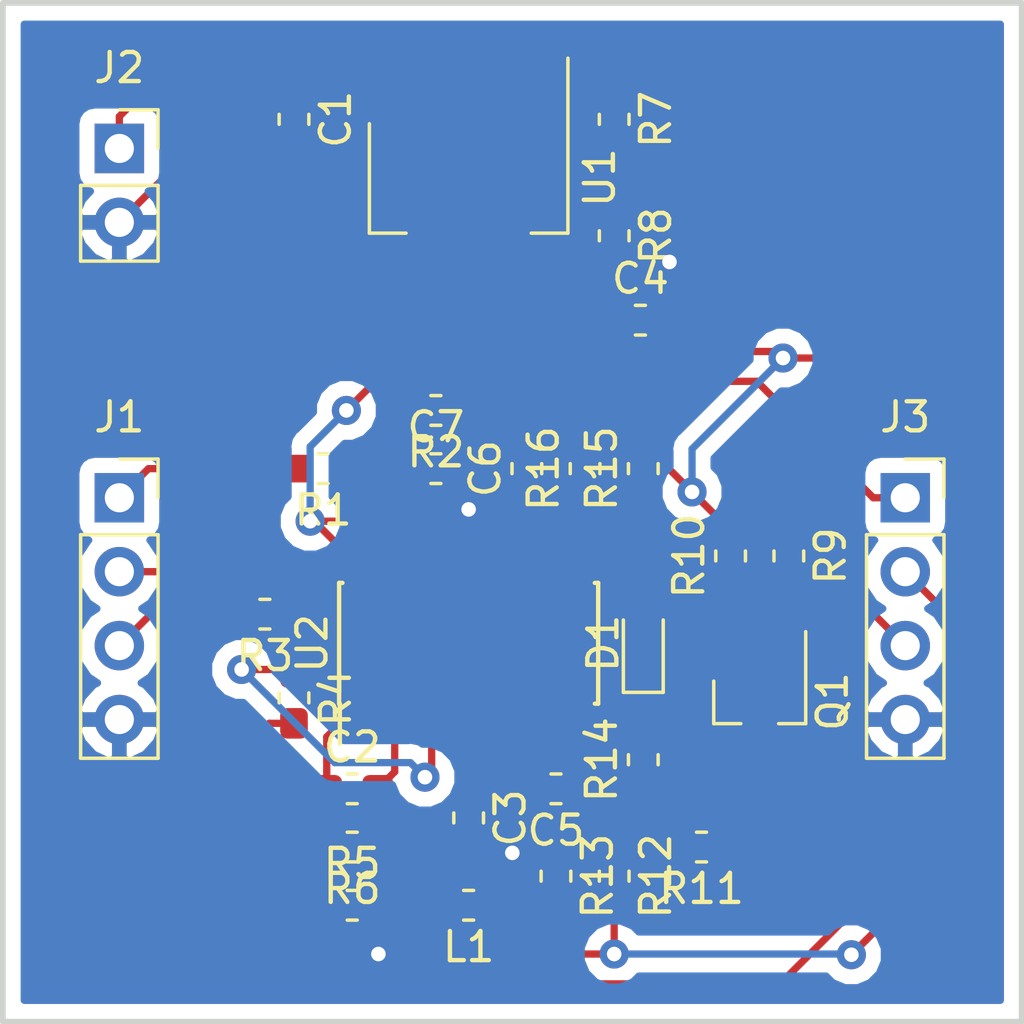
<source format=kicad_pcb>
(kicad_pcb (version 20171130) (host pcbnew 5.0.1-33cea8e~68~ubuntu18.04.1)

  (general
    (thickness 1.6)
    (drawings 4)
    (tracks 177)
    (zones 0)
    (modules 31)
    (nets 21)
  )

  (page A4)
  (layers
    (0 F.Cu signal)
    (31 B.Cu signal)
    (32 B.Adhes user)
    (33 F.Adhes user)
    (34 B.Paste user)
    (35 F.Paste user)
    (36 B.SilkS user)
    (37 F.SilkS user)
    (38 B.Mask user)
    (39 F.Mask user)
    (40 Dwgs.User user)
    (41 Cmts.User user)
    (42 Eco1.User user)
    (43 Eco2.User user)
    (44 Edge.Cuts user)
    (45 Margin user)
    (46 B.CrtYd user)
    (47 F.CrtYd user)
    (48 B.Fab user)
    (49 F.Fab user)
  )

  (setup
    (last_trace_width 0.25)
    (trace_clearance 0.4)
    (zone_clearance 0.508)
    (zone_45_only no)
    (trace_min 0.2)
    (segment_width 0.2)
    (edge_width 0.15)
    (via_size 1)
    (via_drill 0.5)
    (via_min_size 0.4)
    (via_min_drill 0.3)
    (uvia_size 0.3)
    (uvia_drill 0.1)
    (uvias_allowed no)
    (uvia_min_size 0.2)
    (uvia_min_drill 0.1)
    (pcb_text_width 0.3)
    (pcb_text_size 1.5 1.5)
    (mod_edge_width 0.15)
    (mod_text_size 1 1)
    (mod_text_width 0.15)
    (pad_size 1.524 1.524)
    (pad_drill 0.762)
    (pad_to_mask_clearance 0.051)
    (solder_mask_min_width 0.25)
    (aux_axis_origin 0 0)
    (visible_elements FFFFFF1F)
    (pcbplotparams
      (layerselection 0x010fc_ffffffff)
      (usegerberextensions false)
      (usegerberattributes false)
      (usegerberadvancedattributes false)
      (creategerberjobfile false)
      (excludeedgelayer true)
      (linewidth 0.100000)
      (plotframeref false)
      (viasonmask false)
      (mode 1)
      (useauxorigin false)
      (hpglpennumber 1)
      (hpglpenspeed 20)
      (hpglpendiameter 15.000000)
      (psnegative false)
      (psa4output false)
      (plotreference true)
      (plotvalue true)
      (plotinvisibletext false)
      (padsonsilk false)
      (subtractmaskfromsilk false)
      (outputformat 1)
      (mirror false)
      (drillshape 1)
      (scaleselection 1)
      (outputdirectory ""))
  )

  (net 0 "")
  (net 1 "Net-(C2-Pad2)")
  (net 2 /CURRENT)
  (net 3 GND)
  (net 4 "Net-(C6-Pad1)")
  (net 5 +3V3)
  (net 6 "Net-(D1-Pad1)")
  (net 7 "Net-(C5-Pad1)")
  (net 8 "Net-(C5-Pad2)")
  (net 9 "Net-(Q1-Pad3)")
  (net 10 "Net-(Q1-Pad1)")
  (net 11 "Net-(R7-Pad2)")
  (net 12 /S+)
  (net 13 /CB)
  (net 14 "Net-(R3-Pad1)")
  (net 15 /TRICKLE_DIS)
  (net 16 +12V)
  (net 17 "Net-(C3-Pad1)")
  (net 18 /TRM)
  (net 19 /V_Out)
  (net 20 "Net-(C7-Pad1)")

  (net_class Default "This is the default net class."
    (clearance 0.4)
    (trace_width 0.25)
    (via_dia 1)
    (via_drill 0.5)
    (uvia_dia 0.3)
    (uvia_drill 0.1)
    (add_net +12V)
    (add_net +3V3)
    (add_net /CB)
    (add_net /CURRENT)
    (add_net /S+)
    (add_net /TRICKLE_DIS)
    (add_net /TRM)
    (add_net /V_Out)
    (add_net GND)
    (add_net "Net-(C2-Pad2)")
    (add_net "Net-(C3-Pad1)")
    (add_net "Net-(C5-Pad1)")
    (add_net "Net-(C5-Pad2)")
    (add_net "Net-(C6-Pad1)")
    (add_net "Net-(C7-Pad1)")
    (add_net "Net-(D1-Pad1)")
    (add_net "Net-(Q1-Pad1)")
    (add_net "Net-(Q1-Pad3)")
    (add_net "Net-(R3-Pad1)")
    (add_net "Net-(R7-Pad2)")
  )

  (module Connector_PinSocket_2.54mm:PinSocket_1x04_P2.54mm_Vertical (layer F.Cu) (tedit 5A19A429) (tstamp 5BCFEB4A)
    (at 31 17)
    (descr "Through hole straight socket strip, 1x04, 2.54mm pitch, single row (from Kicad 4.0.7), script generated")
    (tags "Through hole socket strip THT 1x04 2.54mm single row")
    (path /5BD0CE4E)
    (fp_text reference J3 (at 0 -2.77) (layer F.SilkS)
      (effects (font (size 1 1) (thickness 0.15)))
    )
    (fp_text value MCU (at 0 10.39) (layer F.Fab)
      (effects (font (size 1 1) (thickness 0.15)))
    )
    (fp_line (start -1.27 -1.27) (end 0.635 -1.27) (layer F.Fab) (width 0.1))
    (fp_line (start 0.635 -1.27) (end 1.27 -0.635) (layer F.Fab) (width 0.1))
    (fp_line (start 1.27 -0.635) (end 1.27 8.89) (layer F.Fab) (width 0.1))
    (fp_line (start 1.27 8.89) (end -1.27 8.89) (layer F.Fab) (width 0.1))
    (fp_line (start -1.27 8.89) (end -1.27 -1.27) (layer F.Fab) (width 0.1))
    (fp_line (start -1.33 1.27) (end 1.33 1.27) (layer F.SilkS) (width 0.12))
    (fp_line (start -1.33 1.27) (end -1.33 8.95) (layer F.SilkS) (width 0.12))
    (fp_line (start -1.33 8.95) (end 1.33 8.95) (layer F.SilkS) (width 0.12))
    (fp_line (start 1.33 1.27) (end 1.33 8.95) (layer F.SilkS) (width 0.12))
    (fp_line (start 1.33 -1.33) (end 1.33 0) (layer F.SilkS) (width 0.12))
    (fp_line (start 0 -1.33) (end 1.33 -1.33) (layer F.SilkS) (width 0.12))
    (fp_line (start -1.8 -1.8) (end 1.75 -1.8) (layer F.CrtYd) (width 0.05))
    (fp_line (start 1.75 -1.8) (end 1.75 9.4) (layer F.CrtYd) (width 0.05))
    (fp_line (start 1.75 9.4) (end -1.8 9.4) (layer F.CrtYd) (width 0.05))
    (fp_line (start -1.8 9.4) (end -1.8 -1.8) (layer F.CrtYd) (width 0.05))
    (fp_text user %R (at 0 3.81 90) (layer F.Fab)
      (effects (font (size 1 1) (thickness 0.15)))
    )
    (pad 1 thru_hole rect (at 0 0) (size 1.7 1.7) (drill 1) (layers *.Cu *.Mask)
      (net 19 /V_Out))
    (pad 2 thru_hole oval (at 0 2.54) (size 1.7 1.7) (drill 1) (layers *.Cu *.Mask)
      (net 2 /CURRENT))
    (pad 3 thru_hole oval (at 0 5.08) (size 1.7 1.7) (drill 1) (layers *.Cu *.Mask)
      (net 15 /TRICKLE_DIS))
    (pad 4 thru_hole oval (at 0 7.62) (size 1.7 1.7) (drill 1) (layers *.Cu *.Mask)
      (net 3 GND))
    (model ${KISYS3DMOD}/Connector_PinSocket_2.54mm.3dshapes/PinSocket_1x04_P2.54mm_Vertical.wrl
      (at (xyz 0 0 0))
      (scale (xyz 1 1 1))
      (rotate (xyz 0 0 0))
    )
  )

  (module Capacitor_SMD:C_0603_1608Metric_Pad1.05x0.95mm_HandSolder (layer F.Cu) (tedit 5B301BBE) (tstamp 5BCFC73A)
    (at 14.875 16)
    (descr "Capacitor SMD 0603 (1608 Metric), square (rectangular) end terminal, IPC_7351 nominal with elongated pad for handsoldering. (Body size source: http://www.tortai-tech.com/upload/download/2011102023233369053.pdf), generated with kicad-footprint-generator")
    (tags "capacitor handsolder")
    (path /5BCFF17E)
    (attr smd)
    (fp_text reference C7 (at 0 -1.43) (layer F.SilkS)
      (effects (font (size 1 1) (thickness 0.15)))
    )
    (fp_text value 0.1uF (at 0 1.43) (layer F.Fab)
      (effects (font (size 1 1) (thickness 0.15)))
    )
    (fp_line (start -0.8 0.4) (end -0.8 -0.4) (layer F.Fab) (width 0.1))
    (fp_line (start -0.8 -0.4) (end 0.8 -0.4) (layer F.Fab) (width 0.1))
    (fp_line (start 0.8 -0.4) (end 0.8 0.4) (layer F.Fab) (width 0.1))
    (fp_line (start 0.8 0.4) (end -0.8 0.4) (layer F.Fab) (width 0.1))
    (fp_line (start -0.171267 -0.51) (end 0.171267 -0.51) (layer F.SilkS) (width 0.12))
    (fp_line (start -0.171267 0.51) (end 0.171267 0.51) (layer F.SilkS) (width 0.12))
    (fp_line (start -1.65 0.73) (end -1.65 -0.73) (layer F.CrtYd) (width 0.05))
    (fp_line (start -1.65 -0.73) (end 1.65 -0.73) (layer F.CrtYd) (width 0.05))
    (fp_line (start 1.65 -0.73) (end 1.65 0.73) (layer F.CrtYd) (width 0.05))
    (fp_line (start 1.65 0.73) (end -1.65 0.73) (layer F.CrtYd) (width 0.05))
    (fp_text user %R (at 0 0) (layer F.Fab)
      (effects (font (size 0.4 0.4) (thickness 0.06)))
    )
    (pad 1 smd roundrect (at -0.875 0) (size 1.05 0.95) (layers F.Cu F.Paste F.Mask) (roundrect_rratio 0.25)
      (net 20 "Net-(C7-Pad1)"))
    (pad 2 smd roundrect (at 0.875 0) (size 1.05 0.95) (layers F.Cu F.Paste F.Mask) (roundrect_rratio 0.25)
      (net 3 GND))
    (model ${KISYS3DMOD}/Capacitor_SMD.3dshapes/C_0603_1608Metric.wrl
      (at (xyz 0 0 0))
      (scale (xyz 1 1 1))
      (rotate (xyz 0 0 0))
    )
  )

  (module Capacitor_SMD:C_0603_1608Metric_Pad1.05x0.95mm_HandSolder (layer F.Cu) (tedit 5B301BBE) (tstamp 5BCFB9CF)
    (at 10 4 270)
    (descr "Capacitor SMD 0603 (1608 Metric), square (rectangular) end terminal, IPC_7351 nominal with elongated pad for handsoldering. (Body size source: http://www.tortai-tech.com/upload/download/2011102023233369053.pdf), generated with kicad-footprint-generator")
    (tags "capacitor handsolder")
    (path /5BCEBC6F)
    (attr smd)
    (fp_text reference C1 (at 0 -1.43 270) (layer F.SilkS)
      (effects (font (size 1 1) (thickness 0.15)))
    )
    (fp_text value 10uF (at 0 1.43 270) (layer F.Fab)
      (effects (font (size 1 1) (thickness 0.15)))
    )
    (fp_text user %R (at 0 0 270) (layer F.Fab)
      (effects (font (size 0.4 0.4) (thickness 0.06)))
    )
    (fp_line (start 1.65 0.73) (end -1.65 0.73) (layer F.CrtYd) (width 0.05))
    (fp_line (start 1.65 -0.73) (end 1.65 0.73) (layer F.CrtYd) (width 0.05))
    (fp_line (start -1.65 -0.73) (end 1.65 -0.73) (layer F.CrtYd) (width 0.05))
    (fp_line (start -1.65 0.73) (end -1.65 -0.73) (layer F.CrtYd) (width 0.05))
    (fp_line (start -0.171267 0.51) (end 0.171267 0.51) (layer F.SilkS) (width 0.12))
    (fp_line (start -0.171267 -0.51) (end 0.171267 -0.51) (layer F.SilkS) (width 0.12))
    (fp_line (start 0.8 0.4) (end -0.8 0.4) (layer F.Fab) (width 0.1))
    (fp_line (start 0.8 -0.4) (end 0.8 0.4) (layer F.Fab) (width 0.1))
    (fp_line (start -0.8 -0.4) (end 0.8 -0.4) (layer F.Fab) (width 0.1))
    (fp_line (start -0.8 0.4) (end -0.8 -0.4) (layer F.Fab) (width 0.1))
    (pad 2 smd roundrect (at 0.875 0 270) (size 1.05 0.95) (layers F.Cu F.Paste F.Mask) (roundrect_rratio 0.25)
      (net 3 GND))
    (pad 1 smd roundrect (at -0.875 0 270) (size 1.05 0.95) (layers F.Cu F.Paste F.Mask) (roundrect_rratio 0.25)
      (net 16 +12V))
    (model ${KISYS3DMOD}/Capacitor_SMD.3dshapes/C_0603_1608Metric.wrl
      (at (xyz 0 0 0))
      (scale (xyz 1 1 1))
      (rotate (xyz 0 0 0))
    )
  )

  (module Capacitor_SMD:C_0603_1608Metric_Pad1.05x0.95mm_HandSolder (layer F.Cu) (tedit 5B301BBE) (tstamp 5BCFB9BE)
    (at 12 27)
    (descr "Capacitor SMD 0603 (1608 Metric), square (rectangular) end terminal, IPC_7351 nominal with elongated pad for handsoldering. (Body size source: http://www.tortai-tech.com/upload/download/2011102023233369053.pdf), generated with kicad-footprint-generator")
    (tags "capacitor handsolder")
    (path /5BCEFC9A)
    (attr smd)
    (fp_text reference C2 (at 0 -1.43) (layer F.SilkS)
      (effects (font (size 1 1) (thickness 0.15)))
    )
    (fp_text value 0.1uF (at 0 1.43) (layer F.Fab)
      (effects (font (size 1 1) (thickness 0.15)))
    )
    (fp_line (start -0.8 0.4) (end -0.8 -0.4) (layer F.Fab) (width 0.1))
    (fp_line (start -0.8 -0.4) (end 0.8 -0.4) (layer F.Fab) (width 0.1))
    (fp_line (start 0.8 -0.4) (end 0.8 0.4) (layer F.Fab) (width 0.1))
    (fp_line (start 0.8 0.4) (end -0.8 0.4) (layer F.Fab) (width 0.1))
    (fp_line (start -0.171267 -0.51) (end 0.171267 -0.51) (layer F.SilkS) (width 0.12))
    (fp_line (start -0.171267 0.51) (end 0.171267 0.51) (layer F.SilkS) (width 0.12))
    (fp_line (start -1.65 0.73) (end -1.65 -0.73) (layer F.CrtYd) (width 0.05))
    (fp_line (start -1.65 -0.73) (end 1.65 -0.73) (layer F.CrtYd) (width 0.05))
    (fp_line (start 1.65 -0.73) (end 1.65 0.73) (layer F.CrtYd) (width 0.05))
    (fp_line (start 1.65 0.73) (end -1.65 0.73) (layer F.CrtYd) (width 0.05))
    (fp_text user %R (at 0 0) (layer F.Fab)
      (effects (font (size 0.4 0.4) (thickness 0.06)))
    )
    (pad 1 smd roundrect (at -0.875 0) (size 1.05 0.95) (layers F.Cu F.Paste F.Mask) (roundrect_rratio 0.25)
      (net 2 /CURRENT))
    (pad 2 smd roundrect (at 0.875 0) (size 1.05 0.95) (layers F.Cu F.Paste F.Mask) (roundrect_rratio 0.25)
      (net 1 "Net-(C2-Pad2)"))
    (model ${KISYS3DMOD}/Capacitor_SMD.3dshapes/C_0603_1608Metric.wrl
      (at (xyz 0 0 0))
      (scale (xyz 1 1 1))
      (rotate (xyz 0 0 0))
    )
  )

  (module Capacitor_SMD:C_0603_1608Metric_Pad1.05x0.95mm_HandSolder (layer F.Cu) (tedit 5B301BBE) (tstamp 5BCFB9AD)
    (at 16 28 270)
    (descr "Capacitor SMD 0603 (1608 Metric), square (rectangular) end terminal, IPC_7351 nominal with elongated pad for handsoldering. (Body size source: http://www.tortai-tech.com/upload/download/2011102023233369053.pdf), generated with kicad-footprint-generator")
    (tags "capacitor handsolder")
    (path /5BCEB613)
    (attr smd)
    (fp_text reference C3 (at 0 -1.43 270) (layer F.SilkS)
      (effects (font (size 1 1) (thickness 0.15)))
    )
    (fp_text value 0.1uF (at 0 1.43 270) (layer F.Fab)
      (effects (font (size 1 1) (thickness 0.15)))
    )
    (fp_text user %R (at 0 0 270) (layer F.Fab)
      (effects (font (size 0.4 0.4) (thickness 0.06)))
    )
    (fp_line (start 1.65 0.73) (end -1.65 0.73) (layer F.CrtYd) (width 0.05))
    (fp_line (start 1.65 -0.73) (end 1.65 0.73) (layer F.CrtYd) (width 0.05))
    (fp_line (start -1.65 -0.73) (end 1.65 -0.73) (layer F.CrtYd) (width 0.05))
    (fp_line (start -1.65 0.73) (end -1.65 -0.73) (layer F.CrtYd) (width 0.05))
    (fp_line (start -0.171267 0.51) (end 0.171267 0.51) (layer F.SilkS) (width 0.12))
    (fp_line (start -0.171267 -0.51) (end 0.171267 -0.51) (layer F.SilkS) (width 0.12))
    (fp_line (start 0.8 0.4) (end -0.8 0.4) (layer F.Fab) (width 0.1))
    (fp_line (start 0.8 -0.4) (end 0.8 0.4) (layer F.Fab) (width 0.1))
    (fp_line (start -0.8 -0.4) (end 0.8 -0.4) (layer F.Fab) (width 0.1))
    (fp_line (start -0.8 0.4) (end -0.8 -0.4) (layer F.Fab) (width 0.1))
    (pad 2 smd roundrect (at 0.875 0 270) (size 1.05 0.95) (layers F.Cu F.Paste F.Mask) (roundrect_rratio 0.25)
      (net 3 GND))
    (pad 1 smd roundrect (at -0.875 0 270) (size 1.05 0.95) (layers F.Cu F.Paste F.Mask) (roundrect_rratio 0.25)
      (net 17 "Net-(C3-Pad1)"))
    (model ${KISYS3DMOD}/Capacitor_SMD.3dshapes/C_0603_1608Metric.wrl
      (at (xyz 0 0 0))
      (scale (xyz 1 1 1))
      (rotate (xyz 0 0 0))
    )
  )

  (module Capacitor_SMD:C_0603_1608Metric_Pad1.05x0.95mm_HandSolder (layer F.Cu) (tedit 5B301BBE) (tstamp 5BCFB99C)
    (at 21.9 10.9)
    (descr "Capacitor SMD 0603 (1608 Metric), square (rectangular) end terminal, IPC_7351 nominal with elongated pad for handsoldering. (Body size source: http://www.tortai-tech.com/upload/download/2011102023233369053.pdf), generated with kicad-footprint-generator")
    (tags "capacitor handsolder")
    (path /5BCEBCFB)
    (attr smd)
    (fp_text reference C4 (at 0 -1.43) (layer F.SilkS)
      (effects (font (size 1 1) (thickness 0.15)))
    )
    (fp_text value 10uF (at 0 1.43) (layer F.Fab)
      (effects (font (size 1 1) (thickness 0.15)))
    )
    (fp_line (start -0.8 0.4) (end -0.8 -0.4) (layer F.Fab) (width 0.1))
    (fp_line (start -0.8 -0.4) (end 0.8 -0.4) (layer F.Fab) (width 0.1))
    (fp_line (start 0.8 -0.4) (end 0.8 0.4) (layer F.Fab) (width 0.1))
    (fp_line (start 0.8 0.4) (end -0.8 0.4) (layer F.Fab) (width 0.1))
    (fp_line (start -0.171267 -0.51) (end 0.171267 -0.51) (layer F.SilkS) (width 0.12))
    (fp_line (start -0.171267 0.51) (end 0.171267 0.51) (layer F.SilkS) (width 0.12))
    (fp_line (start -1.65 0.73) (end -1.65 -0.73) (layer F.CrtYd) (width 0.05))
    (fp_line (start -1.65 -0.73) (end 1.65 -0.73) (layer F.CrtYd) (width 0.05))
    (fp_line (start 1.65 -0.73) (end 1.65 0.73) (layer F.CrtYd) (width 0.05))
    (fp_line (start 1.65 0.73) (end -1.65 0.73) (layer F.CrtYd) (width 0.05))
    (fp_text user %R (at 0 0) (layer F.Fab)
      (effects (font (size 0.4 0.4) (thickness 0.06)))
    )
    (pad 1 smd roundrect (at -0.875 0) (size 1.05 0.95) (layers F.Cu F.Paste F.Mask) (roundrect_rratio 0.25)
      (net 5 +3V3))
    (pad 2 smd roundrect (at 0.875 0) (size 1.05 0.95) (layers F.Cu F.Paste F.Mask) (roundrect_rratio 0.25)
      (net 3 GND))
    (model ${KISYS3DMOD}/Capacitor_SMD.3dshapes/C_0603_1608Metric.wrl
      (at (xyz 0 0 0))
      (scale (xyz 1 1 1))
      (rotate (xyz 0 0 0))
    )
  )

  (module Capacitor_SMD:C_0603_1608Metric_Pad1.05x0.95mm_HandSolder (layer F.Cu) (tedit 5B301BBE) (tstamp 5BCFB98B)
    (at 19 27 180)
    (descr "Capacitor SMD 0603 (1608 Metric), square (rectangular) end terminal, IPC_7351 nominal with elongated pad for handsoldering. (Body size source: http://www.tortai-tech.com/upload/download/2011102023233369053.pdf), generated with kicad-footprint-generator")
    (tags "capacitor handsolder")
    (path /5BCFEF1E)
    (attr smd)
    (fp_text reference C5 (at 0 -1.43 180) (layer F.SilkS)
      (effects (font (size 1 1) (thickness 0.15)))
    )
    (fp_text value 1uF (at 0 1.43 180) (layer F.Fab)
      (effects (font (size 1 1) (thickness 0.15)))
    )
    (fp_text user %R (at 0 0 180) (layer F.Fab)
      (effects (font (size 0.4 0.4) (thickness 0.06)))
    )
    (fp_line (start 1.65 0.73) (end -1.65 0.73) (layer F.CrtYd) (width 0.05))
    (fp_line (start 1.65 -0.73) (end 1.65 0.73) (layer F.CrtYd) (width 0.05))
    (fp_line (start -1.65 -0.73) (end 1.65 -0.73) (layer F.CrtYd) (width 0.05))
    (fp_line (start -1.65 0.73) (end -1.65 -0.73) (layer F.CrtYd) (width 0.05))
    (fp_line (start -0.171267 0.51) (end 0.171267 0.51) (layer F.SilkS) (width 0.12))
    (fp_line (start -0.171267 -0.51) (end 0.171267 -0.51) (layer F.SilkS) (width 0.12))
    (fp_line (start 0.8 0.4) (end -0.8 0.4) (layer F.Fab) (width 0.1))
    (fp_line (start 0.8 -0.4) (end 0.8 0.4) (layer F.Fab) (width 0.1))
    (fp_line (start -0.8 -0.4) (end 0.8 -0.4) (layer F.Fab) (width 0.1))
    (fp_line (start -0.8 0.4) (end -0.8 -0.4) (layer F.Fab) (width 0.1))
    (pad 2 smd roundrect (at 0.875 0 180) (size 1.05 0.95) (layers F.Cu F.Paste F.Mask) (roundrect_rratio 0.25)
      (net 8 "Net-(C5-Pad2)"))
    (pad 1 smd roundrect (at -0.875 0 180) (size 1.05 0.95) (layers F.Cu F.Paste F.Mask) (roundrect_rratio 0.25)
      (net 7 "Net-(C5-Pad1)"))
    (model ${KISYS3DMOD}/Capacitor_SMD.3dshapes/C_0603_1608Metric.wrl
      (at (xyz 0 0 0))
      (scale (xyz 1 1 1))
      (rotate (xyz 0 0 0))
    )
  )

  (module Capacitor_SMD:C_0603_1608Metric_Pad1.05x0.95mm_HandSolder (layer F.Cu) (tedit 5B301BBE) (tstamp 5BCFB97A)
    (at 18 16 90)
    (descr "Capacitor SMD 0603 (1608 Metric), square (rectangular) end terminal, IPC_7351 nominal with elongated pad for handsoldering. (Body size source: http://www.tortai-tech.com/upload/download/2011102023233369053.pdf), generated with kicad-footprint-generator")
    (tags "capacitor handsolder")
    (path /5BD14EFB)
    (attr smd)
    (fp_text reference C6 (at 0 -1.43 90) (layer F.SilkS)
      (effects (font (size 1 1) (thickness 0.15)))
    )
    (fp_text value 0.1uF (at 0 1.43 90) (layer F.Fab)
      (effects (font (size 1 1) (thickness 0.15)))
    )
    (fp_line (start -0.8 0.4) (end -0.8 -0.4) (layer F.Fab) (width 0.1))
    (fp_line (start -0.8 -0.4) (end 0.8 -0.4) (layer F.Fab) (width 0.1))
    (fp_line (start 0.8 -0.4) (end 0.8 0.4) (layer F.Fab) (width 0.1))
    (fp_line (start 0.8 0.4) (end -0.8 0.4) (layer F.Fab) (width 0.1))
    (fp_line (start -0.171267 -0.51) (end 0.171267 -0.51) (layer F.SilkS) (width 0.12))
    (fp_line (start -0.171267 0.51) (end 0.171267 0.51) (layer F.SilkS) (width 0.12))
    (fp_line (start -1.65 0.73) (end -1.65 -0.73) (layer F.CrtYd) (width 0.05))
    (fp_line (start -1.65 -0.73) (end 1.65 -0.73) (layer F.CrtYd) (width 0.05))
    (fp_line (start 1.65 -0.73) (end 1.65 0.73) (layer F.CrtYd) (width 0.05))
    (fp_line (start 1.65 0.73) (end -1.65 0.73) (layer F.CrtYd) (width 0.05))
    (fp_text user %R (at 0 0 90) (layer F.Fab)
      (effects (font (size 0.4 0.4) (thickness 0.06)))
    )
    (pad 1 smd roundrect (at -0.875 0 90) (size 1.05 0.95) (layers F.Cu F.Paste F.Mask) (roundrect_rratio 0.25)
      (net 4 "Net-(C6-Pad1)"))
    (pad 2 smd roundrect (at 0.875 0 90) (size 1.05 0.95) (layers F.Cu F.Paste F.Mask) (roundrect_rratio 0.25)
      (net 3 GND))
    (model ${KISYS3DMOD}/Capacitor_SMD.3dshapes/C_0603_1608Metric.wrl
      (at (xyz 0 0 0))
      (scale (xyz 1 1 1))
      (rotate (xyz 0 0 0))
    )
  )

  (module Connector_PinSocket_2.54mm:PinSocket_1x02_P2.54mm_Vertical (layer F.Cu) (tedit 5A19A420) (tstamp 5BCFB969)
    (at 4 5)
    (descr "Through hole straight socket strip, 1x02, 2.54mm pitch, single row (from Kicad 4.0.7), script generated")
    (tags "Through hole socket strip THT 1x02 2.54mm single row")
    (path /5BD0A582)
    (fp_text reference J2 (at 0 -2.77) (layer F.SilkS)
      (effects (font (size 1 1) (thickness 0.15)))
    )
    (fp_text value CN3 (at 0 5.31) (layer F.Fab)
      (effects (font (size 1 1) (thickness 0.15)))
    )
    (fp_text user %R (at 0 1.27 90) (layer F.Fab)
      (effects (font (size 1 1) (thickness 0.15)))
    )
    (fp_line (start -1.8 4.3) (end -1.8 -1.8) (layer F.CrtYd) (width 0.05))
    (fp_line (start 1.75 4.3) (end -1.8 4.3) (layer F.CrtYd) (width 0.05))
    (fp_line (start 1.75 -1.8) (end 1.75 4.3) (layer F.CrtYd) (width 0.05))
    (fp_line (start -1.8 -1.8) (end 1.75 -1.8) (layer F.CrtYd) (width 0.05))
    (fp_line (start 0 -1.33) (end 1.33 -1.33) (layer F.SilkS) (width 0.12))
    (fp_line (start 1.33 -1.33) (end 1.33 0) (layer F.SilkS) (width 0.12))
    (fp_line (start 1.33 1.27) (end 1.33 3.87) (layer F.SilkS) (width 0.12))
    (fp_line (start -1.33 3.87) (end 1.33 3.87) (layer F.SilkS) (width 0.12))
    (fp_line (start -1.33 1.27) (end -1.33 3.87) (layer F.SilkS) (width 0.12))
    (fp_line (start -1.33 1.27) (end 1.33 1.27) (layer F.SilkS) (width 0.12))
    (fp_line (start -1.27 3.81) (end -1.27 -1.27) (layer F.Fab) (width 0.1))
    (fp_line (start 1.27 3.81) (end -1.27 3.81) (layer F.Fab) (width 0.1))
    (fp_line (start 1.27 -0.635) (end 1.27 3.81) (layer F.Fab) (width 0.1))
    (fp_line (start 0.635 -1.27) (end 1.27 -0.635) (layer F.Fab) (width 0.1))
    (fp_line (start -1.27 -1.27) (end 0.635 -1.27) (layer F.Fab) (width 0.1))
    (pad 2 thru_hole oval (at 0 2.54) (size 1.7 1.7) (drill 1) (layers *.Cu *.Mask)
      (net 3 GND))
    (pad 1 thru_hole rect (at 0 0) (size 1.7 1.7) (drill 1) (layers *.Cu *.Mask)
      (net 16 +12V))
    (model ${KISYS3DMOD}/Connector_PinSocket_2.54mm.3dshapes/PinSocket_1x02_P2.54mm_Vertical.wrl
      (at (xyz 0 0 0))
      (scale (xyz 1 1 1))
      (rotate (xyz 0 0 0))
    )
  )

  (module Connector_PinSocket_2.54mm:PinSocket_1x04_P2.54mm_Vertical (layer F.Cu) (tedit 5A19A429) (tstamp 5BCFB926)
    (at 4 17)
    (descr "Through hole straight socket strip, 1x04, 2.54mm pitch, single row (from Kicad 4.0.7), script generated")
    (tags "Through hole socket strip THT 1x04 2.54mm single row")
    (path /5BD54D73)
    (fp_text reference J1 (at 0 -2.77) (layer F.SilkS)
      (effects (font (size 1 1) (thickness 0.15)))
    )
    (fp_text value CN2 (at 0 10.39) (layer F.Fab)
      (effects (font (size 1 1) (thickness 0.15)))
    )
    (fp_line (start -1.27 -1.27) (end 0.635 -1.27) (layer F.Fab) (width 0.1))
    (fp_line (start 0.635 -1.27) (end 1.27 -0.635) (layer F.Fab) (width 0.1))
    (fp_line (start 1.27 -0.635) (end 1.27 8.89) (layer F.Fab) (width 0.1))
    (fp_line (start 1.27 8.89) (end -1.27 8.89) (layer F.Fab) (width 0.1))
    (fp_line (start -1.27 8.89) (end -1.27 -1.27) (layer F.Fab) (width 0.1))
    (fp_line (start -1.33 1.27) (end 1.33 1.27) (layer F.SilkS) (width 0.12))
    (fp_line (start -1.33 1.27) (end -1.33 8.95) (layer F.SilkS) (width 0.12))
    (fp_line (start -1.33 8.95) (end 1.33 8.95) (layer F.SilkS) (width 0.12))
    (fp_line (start 1.33 1.27) (end 1.33 8.95) (layer F.SilkS) (width 0.12))
    (fp_line (start 1.33 -1.33) (end 1.33 0) (layer F.SilkS) (width 0.12))
    (fp_line (start 0 -1.33) (end 1.33 -1.33) (layer F.SilkS) (width 0.12))
    (fp_line (start -1.8 -1.8) (end 1.75 -1.8) (layer F.CrtYd) (width 0.05))
    (fp_line (start 1.75 -1.8) (end 1.75 9.4) (layer F.CrtYd) (width 0.05))
    (fp_line (start 1.75 9.4) (end -1.8 9.4) (layer F.CrtYd) (width 0.05))
    (fp_line (start -1.8 9.4) (end -1.8 -1.8) (layer F.CrtYd) (width 0.05))
    (fp_text user %R (at 0 3.81 90) (layer F.Fab)
      (effects (font (size 1 1) (thickness 0.15)))
    )
    (pad 1 thru_hole rect (at 0 0) (size 1.7 1.7) (drill 1) (layers *.Cu *.Mask)
      (net 12 /S+))
    (pad 2 thru_hole oval (at 0 2.54) (size 1.7 1.7) (drill 1) (layers *.Cu *.Mask)
      (net 18 /TRM))
    (pad 3 thru_hole oval (at 0 5.08) (size 1.7 1.7) (drill 1) (layers *.Cu *.Mask)
      (net 13 /CB))
    (pad 4 thru_hole oval (at 0 7.62) (size 1.7 1.7) (drill 1) (layers *.Cu *.Mask)
      (net 3 GND))
    (model ${KISYS3DMOD}/Connector_PinSocket_2.54mm.3dshapes/PinSocket_1x04_P2.54mm_Vertical.wrl
      (at (xyz 0 0 0))
      (scale (xyz 1 1 1))
      (rotate (xyz 0 0 0))
    )
  )

  (module Diode_SMD:D_0603_1608Metric_Castellated (layer F.Cu) (tedit 5B301BBE) (tstamp 5BCFB90E)
    (at 22 22 90)
    (descr "Diode SMD 0603 (1608 Metric), castellated end terminal, IPC_7351 nominal, (Body size source: http://www.tortai-tech.com/upload/download/2011102023233369053.pdf), generated with kicad-footprint-generator")
    (tags "diode castellated")
    (path /5BD1078D)
    (attr smd)
    (fp_text reference D1 (at 0 -1.38 90) (layer F.SilkS)
      (effects (font (size 1 1) (thickness 0.15)))
    )
    (fp_text value D_Schottky_Small (at 0 1.38 90) (layer F.Fab)
      (effects (font (size 1 1) (thickness 0.15)))
    )
    (fp_text user %R (at 0 0 90) (layer F.Fab)
      (effects (font (size 0.4 0.4) (thickness 0.06)))
    )
    (fp_line (start 1.68 0.68) (end -1.68 0.68) (layer F.CrtYd) (width 0.05))
    (fp_line (start 1.68 -0.68) (end 1.68 0.68) (layer F.CrtYd) (width 0.05))
    (fp_line (start -1.68 -0.68) (end 1.68 -0.68) (layer F.CrtYd) (width 0.05))
    (fp_line (start -1.68 0.68) (end -1.68 -0.68) (layer F.CrtYd) (width 0.05))
    (fp_line (start -1.685 0.685) (end 0.8 0.685) (layer F.SilkS) (width 0.12))
    (fp_line (start -1.685 -0.685) (end -1.685 0.685) (layer F.SilkS) (width 0.12))
    (fp_line (start 0.8 -0.685) (end -1.685 -0.685) (layer F.SilkS) (width 0.12))
    (fp_line (start 0.8 0.4) (end 0.8 -0.4) (layer F.Fab) (width 0.1))
    (fp_line (start -0.8 0.4) (end 0.8 0.4) (layer F.Fab) (width 0.1))
    (fp_line (start -0.8 -0.1) (end -0.8 0.4) (layer F.Fab) (width 0.1))
    (fp_line (start -0.5 -0.4) (end -0.8 -0.1) (layer F.Fab) (width 0.1))
    (fp_line (start 0.8 -0.4) (end -0.5 -0.4) (layer F.Fab) (width 0.1))
    (pad 2 smd roundrect (at 0.8125 0 90) (size 1.225 0.85) (layers F.Cu F.Paste F.Mask) (roundrect_rratio 0.25)
      (net 4 "Net-(C6-Pad1)"))
    (pad 1 smd roundrect (at -0.8125 0 90) (size 1.225 0.85) (layers F.Cu F.Paste F.Mask) (roundrect_rratio 0.25)
      (net 6 "Net-(D1-Pad1)"))
    (model ${KISYS3DMOD}/Diode_SMD.3dshapes/D_0603_1608Metric_Castellated.wrl
      (at (xyz 0 0 0))
      (scale (xyz 1 1 1))
      (rotate (xyz 0 0 0))
    )
  )

  (module Inductor_SMD:L_0603_1608Metric_Pad1.05x0.95mm_HandSolder (layer F.Cu) (tedit 5B301BBE) (tstamp 5BCFB8FB)
    (at 16 31 180)
    (descr "Capacitor SMD 0603 (1608 Metric), square (rectangular) end terminal, IPC_7351 nominal with elongated pad for handsoldering. (Body size source: http://www.tortai-tech.com/upload/download/2011102023233369053.pdf), generated with kicad-footprint-generator")
    (tags "inductor handsolder")
    (path /5BCEB8DE)
    (attr smd)
    (fp_text reference L1 (at 0 -1.43 180) (layer F.SilkS)
      (effects (font (size 1 1) (thickness 0.15)))
    )
    (fp_text value JUMPER (at 0 1.43 180) (layer F.Fab)
      (effects (font (size 1 1) (thickness 0.15)))
    )
    (fp_line (start -0.8 0.4) (end -0.8 -0.4) (layer F.Fab) (width 0.1))
    (fp_line (start -0.8 -0.4) (end 0.8 -0.4) (layer F.Fab) (width 0.1))
    (fp_line (start 0.8 -0.4) (end 0.8 0.4) (layer F.Fab) (width 0.1))
    (fp_line (start 0.8 0.4) (end -0.8 0.4) (layer F.Fab) (width 0.1))
    (fp_line (start -0.171267 -0.51) (end 0.171267 -0.51) (layer F.SilkS) (width 0.12))
    (fp_line (start -0.171267 0.51) (end 0.171267 0.51) (layer F.SilkS) (width 0.12))
    (fp_line (start -1.65 0.73) (end -1.65 -0.73) (layer F.CrtYd) (width 0.05))
    (fp_line (start -1.65 -0.73) (end 1.65 -0.73) (layer F.CrtYd) (width 0.05))
    (fp_line (start 1.65 -0.73) (end 1.65 0.73) (layer F.CrtYd) (width 0.05))
    (fp_line (start 1.65 0.73) (end -1.65 0.73) (layer F.CrtYd) (width 0.05))
    (fp_text user %R (at 0 0 180) (layer F.Fab)
      (effects (font (size 0.4 0.4) (thickness 0.06)))
    )
    (pad 1 smd roundrect (at -0.875 0 180) (size 1.05 0.95) (layers F.Cu F.Paste F.Mask) (roundrect_rratio 0.25)
      (net 5 +3V3))
    (pad 2 smd roundrect (at 0.875 0 180) (size 1.05 0.95) (layers F.Cu F.Paste F.Mask) (roundrect_rratio 0.25)
      (net 17 "Net-(C3-Pad1)"))
    (model ${KISYS3DMOD}/Inductor_SMD.3dshapes/L_0603_1608Metric.wrl
      (at (xyz 0 0 0))
      (scale (xyz 1 1 1))
      (rotate (xyz 0 0 0))
    )
  )

  (module Package_SO:SOIC-14_3.9x8.7mm_P1.27mm (layer F.Cu) (tedit 5A02F2D3) (tstamp 5BCFBCBB)
    (at 16 22 90)
    (descr "14-Lead Plastic Small Outline (SL) - Narrow, 3.90 mm Body [SOIC] (see Microchip Packaging Specification 00000049BS.pdf)")
    (tags "SOIC 1.27")
    (path /5BCEB1BA)
    (attr smd)
    (fp_text reference U2 (at 0 -5.375 90) (layer F.SilkS)
      (effects (font (size 1 1) (thickness 0.15)))
    )
    (fp_text value LMV324 (at 0 5.375 90) (layer F.Fab)
      (effects (font (size 1 1) (thickness 0.15)))
    )
    (fp_text user %R (at 0 0 90) (layer F.Fab)
      (effects (font (size 0.9 0.9) (thickness 0.135)))
    )
    (fp_line (start -0.95 -4.35) (end 1.95 -4.35) (layer F.Fab) (width 0.15))
    (fp_line (start 1.95 -4.35) (end 1.95 4.35) (layer F.Fab) (width 0.15))
    (fp_line (start 1.95 4.35) (end -1.95 4.35) (layer F.Fab) (width 0.15))
    (fp_line (start -1.95 4.35) (end -1.95 -3.35) (layer F.Fab) (width 0.15))
    (fp_line (start -1.95 -3.35) (end -0.95 -4.35) (layer F.Fab) (width 0.15))
    (fp_line (start -3.7 -4.65) (end -3.7 4.65) (layer F.CrtYd) (width 0.05))
    (fp_line (start 3.7 -4.65) (end 3.7 4.65) (layer F.CrtYd) (width 0.05))
    (fp_line (start -3.7 -4.65) (end 3.7 -4.65) (layer F.CrtYd) (width 0.05))
    (fp_line (start -3.7 4.65) (end 3.7 4.65) (layer F.CrtYd) (width 0.05))
    (fp_line (start -2.075 -4.45) (end -2.075 -4.425) (layer F.SilkS) (width 0.15))
    (fp_line (start 2.075 -4.45) (end 2.075 -4.335) (layer F.SilkS) (width 0.15))
    (fp_line (start 2.075 4.45) (end 2.075 4.335) (layer F.SilkS) (width 0.15))
    (fp_line (start -2.075 4.45) (end -2.075 4.335) (layer F.SilkS) (width 0.15))
    (fp_line (start -2.075 -4.45) (end 2.075 -4.45) (layer F.SilkS) (width 0.15))
    (fp_line (start -2.075 4.45) (end 2.075 4.45) (layer F.SilkS) (width 0.15))
    (fp_line (start -2.075 -4.425) (end -3.45 -4.425) (layer F.SilkS) (width 0.15))
    (pad 1 smd rect (at -2.7 -3.81 90) (size 1.5 0.6) (layers F.Cu F.Paste F.Mask)
      (net 2 /CURRENT))
    (pad 2 smd rect (at -2.7 -2.54 90) (size 1.5 0.6) (layers F.Cu F.Paste F.Mask)
      (net 1 "Net-(C2-Pad2)"))
    (pad 3 smd rect (at -2.7 -1.27 90) (size 1.5 0.6) (layers F.Cu F.Paste F.Mask)
      (net 14 "Net-(R3-Pad1)"))
    (pad 4 smd rect (at -2.7 0 90) (size 1.5 0.6) (layers F.Cu F.Paste F.Mask)
      (net 17 "Net-(C3-Pad1)"))
    (pad 5 smd rect (at -2.7 1.27 90) (size 1.5 0.6) (layers F.Cu F.Paste F.Mask)
      (net 8 "Net-(C5-Pad2)"))
    (pad 6 smd rect (at -2.7 2.54 90) (size 1.5 0.6) (layers F.Cu F.Paste F.Mask)
      (net 2 /CURRENT))
    (pad 7 smd rect (at -2.7 3.81 90) (size 1.5 0.6) (layers F.Cu F.Paste F.Mask)
      (net 6 "Net-(D1-Pad1)"))
    (pad 8 smd rect (at 2.7 3.81 90) (size 1.5 0.6) (layers F.Cu F.Paste F.Mask)
      (net 18 /TRM))
    (pad 9 smd rect (at 2.7 2.54 90) (size 1.5 0.6) (layers F.Cu F.Paste F.Mask)
      (net 18 /TRM))
    (pad 10 smd rect (at 2.7 1.27 90) (size 1.5 0.6) (layers F.Cu F.Paste F.Mask)
      (net 4 "Net-(C6-Pad1)"))
    (pad 11 smd rect (at 2.7 0 90) (size 1.5 0.6) (layers F.Cu F.Paste F.Mask)
      (net 3 GND))
    (pad 12 smd rect (at 2.7 -1.27 90) (size 1.5 0.6) (layers F.Cu F.Paste F.Mask)
      (net 20 "Net-(C7-Pad1)"))
    (pad 13 smd rect (at 2.7 -2.54 90) (size 1.5 0.6) (layers F.Cu F.Paste F.Mask)
      (net 19 /V_Out))
    (pad 14 smd rect (at 2.7 -3.81 90) (size 1.5 0.6) (layers F.Cu F.Paste F.Mask)
      (net 19 /V_Out))
    (model ${KISYS3DMOD}/Package_SO.3dshapes/SOIC-14_3.9x8.7mm_P1.27mm.wrl
      (at (xyz 0 0 0))
      (scale (xyz 1 1 1))
      (rotate (xyz 0 0 0))
    )
  )

  (module Package_TO_SOT_SMD:SOT-223-3_TabPin2 (layer F.Cu) (tedit 5A02FF57) (tstamp 5BCFB8C7)
    (at 16 6 270)
    (descr "module CMS SOT223 4 pins")
    (tags "CMS SOT")
    (path /5BCEBAD3)
    (attr smd)
    (fp_text reference U1 (at 0 -4.5 270) (layer F.SilkS)
      (effects (font (size 1 1) (thickness 0.15)))
    )
    (fp_text value AP1117-ADJ (at 0 4.5 270) (layer F.Fab)
      (effects (font (size 1 1) (thickness 0.15)))
    )
    (fp_text user %R (at 0 0) (layer F.Fab)
      (effects (font (size 0.8 0.8) (thickness 0.12)))
    )
    (fp_line (start 1.91 3.41) (end 1.91 2.15) (layer F.SilkS) (width 0.12))
    (fp_line (start 1.91 -3.41) (end 1.91 -2.15) (layer F.SilkS) (width 0.12))
    (fp_line (start 4.4 -3.6) (end -4.4 -3.6) (layer F.CrtYd) (width 0.05))
    (fp_line (start 4.4 3.6) (end 4.4 -3.6) (layer F.CrtYd) (width 0.05))
    (fp_line (start -4.4 3.6) (end 4.4 3.6) (layer F.CrtYd) (width 0.05))
    (fp_line (start -4.4 -3.6) (end -4.4 3.6) (layer F.CrtYd) (width 0.05))
    (fp_line (start -1.85 -2.35) (end -0.85 -3.35) (layer F.Fab) (width 0.1))
    (fp_line (start -1.85 -2.35) (end -1.85 3.35) (layer F.Fab) (width 0.1))
    (fp_line (start -1.85 3.41) (end 1.91 3.41) (layer F.SilkS) (width 0.12))
    (fp_line (start -0.85 -3.35) (end 1.85 -3.35) (layer F.Fab) (width 0.1))
    (fp_line (start -4.1 -3.41) (end 1.91 -3.41) (layer F.SilkS) (width 0.12))
    (fp_line (start -1.85 3.35) (end 1.85 3.35) (layer F.Fab) (width 0.1))
    (fp_line (start 1.85 -3.35) (end 1.85 3.35) (layer F.Fab) (width 0.1))
    (pad 2 smd rect (at 3.15 0 270) (size 2 3.8) (layers F.Cu F.Paste F.Mask)
      (net 5 +3V3))
    (pad 2 smd rect (at -3.15 0 270) (size 2 1.5) (layers F.Cu F.Paste F.Mask)
      (net 5 +3V3))
    (pad 3 smd rect (at -3.15 2.3 270) (size 2 1.5) (layers F.Cu F.Paste F.Mask)
      (net 16 +12V))
    (pad 1 smd rect (at -3.15 -2.3 270) (size 2 1.5) (layers F.Cu F.Paste F.Mask)
      (net 11 "Net-(R7-Pad2)"))
    (model ${KISYS3DMOD}/Package_TO_SOT_SMD.3dshapes/SOT-223.wrl
      (at (xyz 0 0 0))
      (scale (xyz 1 1 1))
      (rotate (xyz 0 0 0))
    )
  )

  (module Package_TO_SOT_SMD:SOT-23_Handsoldering (layer F.Cu) (tedit 5A0AB76C) (tstamp 5BCFB8B1)
    (at 26 24 270)
    (descr "SOT-23, Handsoldering")
    (tags SOT-23)
    (path /5BCFF343)
    (attr smd)
    (fp_text reference Q1 (at 0 -2.5 270) (layer F.SilkS)
      (effects (font (size 1 1) (thickness 0.15)))
    )
    (fp_text value AO3400 (at 0 2.5 270) (layer F.Fab)
      (effects (font (size 1 1) (thickness 0.15)))
    )
    (fp_text user %R (at 0 0) (layer F.Fab)
      (effects (font (size 0.5 0.5) (thickness 0.075)))
    )
    (fp_line (start 0.76 1.58) (end 0.76 0.65) (layer F.SilkS) (width 0.12))
    (fp_line (start 0.76 -1.58) (end 0.76 -0.65) (layer F.SilkS) (width 0.12))
    (fp_line (start -2.7 -1.75) (end 2.7 -1.75) (layer F.CrtYd) (width 0.05))
    (fp_line (start 2.7 -1.75) (end 2.7 1.75) (layer F.CrtYd) (width 0.05))
    (fp_line (start 2.7 1.75) (end -2.7 1.75) (layer F.CrtYd) (width 0.05))
    (fp_line (start -2.7 1.75) (end -2.7 -1.75) (layer F.CrtYd) (width 0.05))
    (fp_line (start 0.76 -1.58) (end -2.4 -1.58) (layer F.SilkS) (width 0.12))
    (fp_line (start -0.7 -0.95) (end -0.7 1.5) (layer F.Fab) (width 0.1))
    (fp_line (start -0.15 -1.52) (end 0.7 -1.52) (layer F.Fab) (width 0.1))
    (fp_line (start -0.7 -0.95) (end -0.15 -1.52) (layer F.Fab) (width 0.1))
    (fp_line (start 0.7 -1.52) (end 0.7 1.52) (layer F.Fab) (width 0.1))
    (fp_line (start -0.7 1.52) (end 0.7 1.52) (layer F.Fab) (width 0.1))
    (fp_line (start 0.76 1.58) (end -0.7 1.58) (layer F.SilkS) (width 0.12))
    (pad 1 smd rect (at -1.5 -0.95 270) (size 1.9 0.8) (layers F.Cu F.Paste F.Mask)
      (net 10 "Net-(Q1-Pad1)"))
    (pad 2 smd rect (at -1.5 0.95 270) (size 1.9 0.8) (layers F.Cu F.Paste F.Mask)
      (net 3 GND))
    (pad 3 smd rect (at 1.5 0 270) (size 1.9 0.8) (layers F.Cu F.Paste F.Mask)
      (net 9 "Net-(Q1-Pad3)"))
    (model ${KISYS3DMOD}/Package_TO_SOT_SMD.3dshapes/SOT-23.wrl
      (at (xyz 0 0 0))
      (scale (xyz 1 1 1))
      (rotate (xyz 0 0 0))
    )
  )

  (module Resistor_SMD:R_0603_1608Metric_Pad1.05x0.95mm_HandSolder (layer F.Cu) (tedit 5B301BBD) (tstamp 5BCFB89C)
    (at 21 8 270)
    (descr "Resistor SMD 0603 (1608 Metric), square (rectangular) end terminal, IPC_7351 nominal with elongated pad for handsoldering. (Body size source: http://www.tortai-tech.com/upload/download/2011102023233369053.pdf), generated with kicad-footprint-generator")
    (tags "resistor handsolder")
    (path /5BCEC08F)
    (attr smd)
    (fp_text reference R8 (at 0 -1.43 270) (layer F.SilkS)
      (effects (font (size 1 1) (thickness 0.15)))
    )
    (fp_text value "10K 1%" (at 0 1.43 270) (layer F.Fab)
      (effects (font (size 1 1) (thickness 0.15)))
    )
    (fp_text user %R (at 0 0 270) (layer F.Fab)
      (effects (font (size 0.4 0.4) (thickness 0.06)))
    )
    (fp_line (start 1.65 0.73) (end -1.65 0.73) (layer F.CrtYd) (width 0.05))
    (fp_line (start 1.65 -0.73) (end 1.65 0.73) (layer F.CrtYd) (width 0.05))
    (fp_line (start -1.65 -0.73) (end 1.65 -0.73) (layer F.CrtYd) (width 0.05))
    (fp_line (start -1.65 0.73) (end -1.65 -0.73) (layer F.CrtYd) (width 0.05))
    (fp_line (start -0.171267 0.51) (end 0.171267 0.51) (layer F.SilkS) (width 0.12))
    (fp_line (start -0.171267 -0.51) (end 0.171267 -0.51) (layer F.SilkS) (width 0.12))
    (fp_line (start 0.8 0.4) (end -0.8 0.4) (layer F.Fab) (width 0.1))
    (fp_line (start 0.8 -0.4) (end 0.8 0.4) (layer F.Fab) (width 0.1))
    (fp_line (start -0.8 -0.4) (end 0.8 -0.4) (layer F.Fab) (width 0.1))
    (fp_line (start -0.8 0.4) (end -0.8 -0.4) (layer F.Fab) (width 0.1))
    (pad 2 smd roundrect (at 0.875 0 270) (size 1.05 0.95) (layers F.Cu F.Paste F.Mask) (roundrect_rratio 0.25)
      (net 3 GND))
    (pad 1 smd roundrect (at -0.875 0 270) (size 1.05 0.95) (layers F.Cu F.Paste F.Mask) (roundrect_rratio 0.25)
      (net 11 "Net-(R7-Pad2)"))
    (model ${KISYS3DMOD}/Resistor_SMD.3dshapes/R_0603_1608Metric.wrl
      (at (xyz 0 0 0))
      (scale (xyz 1 1 1))
      (rotate (xyz 0 0 0))
    )
  )

  (module Resistor_SMD:R_0603_1608Metric_Pad1.05x0.95mm_HandSolder (layer F.Cu) (tedit 5B301BBD) (tstamp 5BCFB88B)
    (at 27 19 270)
    (descr "Resistor SMD 0603 (1608 Metric), square (rectangular) end terminal, IPC_7351 nominal with elongated pad for handsoldering. (Body size source: http://www.tortai-tech.com/upload/download/2011102023233369053.pdf), generated with kicad-footprint-generator")
    (tags "resistor handsolder")
    (path /5BCFF687)
    (attr smd)
    (fp_text reference R9 (at 0 -1.43 270) (layer F.SilkS)
      (effects (font (size 1 1) (thickness 0.15)))
    )
    (fp_text value 1K (at 0 1.43 270) (layer F.Fab)
      (effects (font (size 1 1) (thickness 0.15)))
    )
    (fp_line (start -0.8 0.4) (end -0.8 -0.4) (layer F.Fab) (width 0.1))
    (fp_line (start -0.8 -0.4) (end 0.8 -0.4) (layer F.Fab) (width 0.1))
    (fp_line (start 0.8 -0.4) (end 0.8 0.4) (layer F.Fab) (width 0.1))
    (fp_line (start 0.8 0.4) (end -0.8 0.4) (layer F.Fab) (width 0.1))
    (fp_line (start -0.171267 -0.51) (end 0.171267 -0.51) (layer F.SilkS) (width 0.12))
    (fp_line (start -0.171267 0.51) (end 0.171267 0.51) (layer F.SilkS) (width 0.12))
    (fp_line (start -1.65 0.73) (end -1.65 -0.73) (layer F.CrtYd) (width 0.05))
    (fp_line (start -1.65 -0.73) (end 1.65 -0.73) (layer F.CrtYd) (width 0.05))
    (fp_line (start 1.65 -0.73) (end 1.65 0.73) (layer F.CrtYd) (width 0.05))
    (fp_line (start 1.65 0.73) (end -1.65 0.73) (layer F.CrtYd) (width 0.05))
    (fp_text user %R (at 0 0 270) (layer F.Fab)
      (effects (font (size 0.4 0.4) (thickness 0.06)))
    )
    (pad 1 smd roundrect (at -0.875 0 270) (size 1.05 0.95) (layers F.Cu F.Paste F.Mask) (roundrect_rratio 0.25)
      (net 15 /TRICKLE_DIS))
    (pad 2 smd roundrect (at 0.875 0 270) (size 1.05 0.95) (layers F.Cu F.Paste F.Mask) (roundrect_rratio 0.25)
      (net 10 "Net-(Q1-Pad1)"))
    (model ${KISYS3DMOD}/Resistor_SMD.3dshapes/R_0603_1608Metric.wrl
      (at (xyz 0 0 0))
      (scale (xyz 1 1 1))
      (rotate (xyz 0 0 0))
    )
  )

  (module Resistor_SMD:R_0603_1608Metric_Pad1.05x0.95mm_HandSolder (layer F.Cu) (tedit 5B301BBD) (tstamp 5BCFB87A)
    (at 12 31)
    (descr "Resistor SMD 0603 (1608 Metric), square (rectangular) end terminal, IPC_7351 nominal with elongated pad for handsoldering. (Body size source: http://www.tortai-tech.com/upload/download/2011102023233369053.pdf), generated with kicad-footprint-generator")
    (tags "resistor handsolder")
    (path /5BCEFEBA)
    (attr smd)
    (fp_text reference R5 (at 0 -1.43) (layer F.SilkS)
      (effects (font (size 1 1) (thickness 0.15)))
    )
    (fp_text value "10K 1%" (at 0 1.43) (layer F.Fab)
      (effects (font (size 1 1) (thickness 0.15)))
    )
    (fp_text user %R (at 0 0) (layer F.Fab)
      (effects (font (size 0.4 0.4) (thickness 0.06)))
    )
    (fp_line (start 1.65 0.73) (end -1.65 0.73) (layer F.CrtYd) (width 0.05))
    (fp_line (start 1.65 -0.73) (end 1.65 0.73) (layer F.CrtYd) (width 0.05))
    (fp_line (start -1.65 -0.73) (end 1.65 -0.73) (layer F.CrtYd) (width 0.05))
    (fp_line (start -1.65 0.73) (end -1.65 -0.73) (layer F.CrtYd) (width 0.05))
    (fp_line (start -0.171267 0.51) (end 0.171267 0.51) (layer F.SilkS) (width 0.12))
    (fp_line (start -0.171267 -0.51) (end 0.171267 -0.51) (layer F.SilkS) (width 0.12))
    (fp_line (start 0.8 0.4) (end -0.8 0.4) (layer F.Fab) (width 0.1))
    (fp_line (start 0.8 -0.4) (end 0.8 0.4) (layer F.Fab) (width 0.1))
    (fp_line (start -0.8 -0.4) (end 0.8 -0.4) (layer F.Fab) (width 0.1))
    (fp_line (start -0.8 0.4) (end -0.8 -0.4) (layer F.Fab) (width 0.1))
    (pad 2 smd roundrect (at 0.875 0) (size 1.05 0.95) (layers F.Cu F.Paste F.Mask) (roundrect_rratio 0.25)
      (net 3 GND))
    (pad 1 smd roundrect (at -0.875 0) (size 1.05 0.95) (layers F.Cu F.Paste F.Mask) (roundrect_rratio 0.25)
      (net 1 "Net-(C2-Pad2)"))
    (model ${KISYS3DMOD}/Resistor_SMD.3dshapes/R_0603_1608Metric.wrl
      (at (xyz 0 0 0))
      (scale (xyz 1 1 1))
      (rotate (xyz 0 0 0))
    )
  )

  (module Resistor_SMD:R_0603_1608Metric_Pad1.05x0.95mm_HandSolder (layer F.Cu) (tedit 5B301BBD) (tstamp 5BCFDC86)
    (at 10 23.875 270)
    (descr "Resistor SMD 0603 (1608 Metric), square (rectangular) end terminal, IPC_7351 nominal with elongated pad for handsoldering. (Body size source: http://www.tortai-tech.com/upload/download/2011102023233369053.pdf), generated with kicad-footprint-generator")
    (tags "resistor handsolder")
    (path /5BCED19D)
    (attr smd)
    (fp_text reference R4 (at 0 -1.43 270) (layer F.SilkS)
      (effects (font (size 1 1) (thickness 0.15)))
    )
    (fp_text value "180K 1%" (at 0 1.43 270) (layer F.Fab)
      (effects (font (size 1 1) (thickness 0.15)))
    )
    (fp_line (start -0.8 0.4) (end -0.8 -0.4) (layer F.Fab) (width 0.1))
    (fp_line (start -0.8 -0.4) (end 0.8 -0.4) (layer F.Fab) (width 0.1))
    (fp_line (start 0.8 -0.4) (end 0.8 0.4) (layer F.Fab) (width 0.1))
    (fp_line (start 0.8 0.4) (end -0.8 0.4) (layer F.Fab) (width 0.1))
    (fp_line (start -0.171267 -0.51) (end 0.171267 -0.51) (layer F.SilkS) (width 0.12))
    (fp_line (start -0.171267 0.51) (end 0.171267 0.51) (layer F.SilkS) (width 0.12))
    (fp_line (start -1.65 0.73) (end -1.65 -0.73) (layer F.CrtYd) (width 0.05))
    (fp_line (start -1.65 -0.73) (end 1.65 -0.73) (layer F.CrtYd) (width 0.05))
    (fp_line (start 1.65 -0.73) (end 1.65 0.73) (layer F.CrtYd) (width 0.05))
    (fp_line (start 1.65 0.73) (end -1.65 0.73) (layer F.CrtYd) (width 0.05))
    (fp_text user %R (at 0 0 270) (layer F.Fab)
      (effects (font (size 0.4 0.4) (thickness 0.06)))
    )
    (pad 1 smd roundrect (at -0.875 0 270) (size 1.05 0.95) (layers F.Cu F.Paste F.Mask) (roundrect_rratio 0.25)
      (net 14 "Net-(R3-Pad1)"))
    (pad 2 smd roundrect (at 0.875 0 270) (size 1.05 0.95) (layers F.Cu F.Paste F.Mask) (roundrect_rratio 0.25)
      (net 5 +3V3))
    (model ${KISYS3DMOD}/Resistor_SMD.3dshapes/R_0603_1608Metric.wrl
      (at (xyz 0 0 0))
      (scale (xyz 1 1 1))
      (rotate (xyz 0 0 0))
    )
  )

  (module Resistor_SMD:R_0603_1608Metric_Pad1.05x0.95mm_HandSolder (layer F.Cu) (tedit 5B301BBD) (tstamp 5BCFB858)
    (at 9 21 180)
    (descr "Resistor SMD 0603 (1608 Metric), square (rectangular) end terminal, IPC_7351 nominal with elongated pad for handsoldering. (Body size source: http://www.tortai-tech.com/upload/download/2011102023233369053.pdf), generated with kicad-footprint-generator")
    (tags "resistor handsolder")
    (path /5BCED0F5)
    (attr smd)
    (fp_text reference R3 (at 0 -1.43 180) (layer F.SilkS)
      (effects (font (size 1 1) (thickness 0.15)))
    )
    (fp_text value "500K 1%" (at 0 1.43 180) (layer F.Fab)
      (effects (font (size 1 1) (thickness 0.15)))
    )
    (fp_text user %R (at 0 0 180) (layer F.Fab)
      (effects (font (size 0.4 0.4) (thickness 0.06)))
    )
    (fp_line (start 1.65 0.73) (end -1.65 0.73) (layer F.CrtYd) (width 0.05))
    (fp_line (start 1.65 -0.73) (end 1.65 0.73) (layer F.CrtYd) (width 0.05))
    (fp_line (start -1.65 -0.73) (end 1.65 -0.73) (layer F.CrtYd) (width 0.05))
    (fp_line (start -1.65 0.73) (end -1.65 -0.73) (layer F.CrtYd) (width 0.05))
    (fp_line (start -0.171267 0.51) (end 0.171267 0.51) (layer F.SilkS) (width 0.12))
    (fp_line (start -0.171267 -0.51) (end 0.171267 -0.51) (layer F.SilkS) (width 0.12))
    (fp_line (start 0.8 0.4) (end -0.8 0.4) (layer F.Fab) (width 0.1))
    (fp_line (start 0.8 -0.4) (end 0.8 0.4) (layer F.Fab) (width 0.1))
    (fp_line (start -0.8 -0.4) (end 0.8 -0.4) (layer F.Fab) (width 0.1))
    (fp_line (start -0.8 0.4) (end -0.8 -0.4) (layer F.Fab) (width 0.1))
    (pad 2 smd roundrect (at 0.875 0 180) (size 1.05 0.95) (layers F.Cu F.Paste F.Mask) (roundrect_rratio 0.25)
      (net 13 /CB))
    (pad 1 smd roundrect (at -0.875 0 180) (size 1.05 0.95) (layers F.Cu F.Paste F.Mask) (roundrect_rratio 0.25)
      (net 14 "Net-(R3-Pad1)"))
    (model ${KISYS3DMOD}/Resistor_SMD.3dshapes/R_0603_1608Metric.wrl
      (at (xyz 0 0 0))
      (scale (xyz 1 1 1))
      (rotate (xyz 0 0 0))
    )
  )

  (module Resistor_SMD:R_0603_1608Metric_Pad1.05x0.95mm_HandSolder (layer F.Cu) (tedit 5B301BBD) (tstamp 5BCFB847)
    (at 14.875 14 180)
    (descr "Resistor SMD 0603 (1608 Metric), square (rectangular) end terminal, IPC_7351 nominal with elongated pad for handsoldering. (Body size source: http://www.tortai-tech.com/upload/download/2011102023233369053.pdf), generated with kicad-footprint-generator")
    (tags "resistor handsolder")
    (path /5BD23F1D)
    (attr smd)
    (fp_text reference R2 (at 0 -1.43 180) (layer F.SilkS)
      (effects (font (size 1 1) (thickness 0.15)))
    )
    (fp_text value "10K 1%" (at 0 1.43 180) (layer F.Fab)
      (effects (font (size 1 1) (thickness 0.15)))
    )
    (fp_line (start -0.8 0.4) (end -0.8 -0.4) (layer F.Fab) (width 0.1))
    (fp_line (start -0.8 -0.4) (end 0.8 -0.4) (layer F.Fab) (width 0.1))
    (fp_line (start 0.8 -0.4) (end 0.8 0.4) (layer F.Fab) (width 0.1))
    (fp_line (start 0.8 0.4) (end -0.8 0.4) (layer F.Fab) (width 0.1))
    (fp_line (start -0.171267 -0.51) (end 0.171267 -0.51) (layer F.SilkS) (width 0.12))
    (fp_line (start -0.171267 0.51) (end 0.171267 0.51) (layer F.SilkS) (width 0.12))
    (fp_line (start -1.65 0.73) (end -1.65 -0.73) (layer F.CrtYd) (width 0.05))
    (fp_line (start -1.65 -0.73) (end 1.65 -0.73) (layer F.CrtYd) (width 0.05))
    (fp_line (start 1.65 -0.73) (end 1.65 0.73) (layer F.CrtYd) (width 0.05))
    (fp_line (start 1.65 0.73) (end -1.65 0.73) (layer F.CrtYd) (width 0.05))
    (fp_text user %R (at 0 0 180) (layer F.Fab)
      (effects (font (size 0.4 0.4) (thickness 0.06)))
    )
    (pad 1 smd roundrect (at -0.875 0 180) (size 1.05 0.95) (layers F.Cu F.Paste F.Mask) (roundrect_rratio 0.25)
      (net 3 GND))
    (pad 2 smd roundrect (at 0.875 0 180) (size 1.05 0.95) (layers F.Cu F.Paste F.Mask) (roundrect_rratio 0.25)
      (net 20 "Net-(C7-Pad1)"))
    (model ${KISYS3DMOD}/Resistor_SMD.3dshapes/R_0603_1608Metric.wrl
      (at (xyz 0 0 0))
      (scale (xyz 1 1 1))
      (rotate (xyz 0 0 0))
    )
  )

  (module Resistor_SMD:R_0603_1608Metric_Pad1.05x0.95mm_HandSolder (layer F.Cu) (tedit 5B301BBD) (tstamp 5BCFB836)
    (at 11 16 180)
    (descr "Resistor SMD 0603 (1608 Metric), square (rectangular) end terminal, IPC_7351 nominal with elongated pad for handsoldering. (Body size source: http://www.tortai-tech.com/upload/download/2011102023233369053.pdf), generated with kicad-footprint-generator")
    (tags "resistor handsolder")
    (path /5BD23FA1)
    (attr smd)
    (fp_text reference R1 (at 0 -1.43 180) (layer F.SilkS)
      (effects (font (size 1 1) (thickness 0.15)))
    )
    (fp_text value "13K 1%" (at 0 1.43 180) (layer F.Fab)
      (effects (font (size 1 1) (thickness 0.15)))
    )
    (fp_text user %R (at 0 0 180) (layer F.Fab)
      (effects (font (size 0.4 0.4) (thickness 0.06)))
    )
    (fp_line (start 1.65 0.73) (end -1.65 0.73) (layer F.CrtYd) (width 0.05))
    (fp_line (start 1.65 -0.73) (end 1.65 0.73) (layer F.CrtYd) (width 0.05))
    (fp_line (start -1.65 -0.73) (end 1.65 -0.73) (layer F.CrtYd) (width 0.05))
    (fp_line (start -1.65 0.73) (end -1.65 -0.73) (layer F.CrtYd) (width 0.05))
    (fp_line (start -0.171267 0.51) (end 0.171267 0.51) (layer F.SilkS) (width 0.12))
    (fp_line (start -0.171267 -0.51) (end 0.171267 -0.51) (layer F.SilkS) (width 0.12))
    (fp_line (start 0.8 0.4) (end -0.8 0.4) (layer F.Fab) (width 0.1))
    (fp_line (start 0.8 -0.4) (end 0.8 0.4) (layer F.Fab) (width 0.1))
    (fp_line (start -0.8 -0.4) (end 0.8 -0.4) (layer F.Fab) (width 0.1))
    (fp_line (start -0.8 0.4) (end -0.8 -0.4) (layer F.Fab) (width 0.1))
    (pad 2 smd roundrect (at 0.875 0 180) (size 1.05 0.95) (layers F.Cu F.Paste F.Mask) (roundrect_rratio 0.25)
      (net 12 /S+))
    (pad 1 smd roundrect (at -0.875 0 180) (size 1.05 0.95) (layers F.Cu F.Paste F.Mask) (roundrect_rratio 0.25)
      (net 20 "Net-(C7-Pad1)"))
    (model ${KISYS3DMOD}/Resistor_SMD.3dshapes/R_0603_1608Metric.wrl
      (at (xyz 0 0 0))
      (scale (xyz 1 1 1))
      (rotate (xyz 0 0 0))
    )
  )

  (module Resistor_SMD:R_0603_1608Metric_Pad1.05x0.95mm_HandSolder (layer F.Cu) (tedit 5B301BBD) (tstamp 5BCFB825)
    (at 21 4 270)
    (descr "Resistor SMD 0603 (1608 Metric), square (rectangular) end terminal, IPC_7351 nominal with elongated pad for handsoldering. (Body size source: http://www.tortai-tech.com/upload/download/2011102023233369053.pdf), generated with kicad-footprint-generator")
    (tags "resistor handsolder")
    (path /5BCEBF47)
    (attr smd)
    (fp_text reference R7 (at 0 -1.43 270) (layer F.SilkS)
      (effects (font (size 1 1) (thickness 0.15)))
    )
    (fp_text value "16K 1%" (at 0 1.43 270) (layer F.Fab)
      (effects (font (size 1 1) (thickness 0.15)))
    )
    (fp_line (start -0.8 0.4) (end -0.8 -0.4) (layer F.Fab) (width 0.1))
    (fp_line (start -0.8 -0.4) (end 0.8 -0.4) (layer F.Fab) (width 0.1))
    (fp_line (start 0.8 -0.4) (end 0.8 0.4) (layer F.Fab) (width 0.1))
    (fp_line (start 0.8 0.4) (end -0.8 0.4) (layer F.Fab) (width 0.1))
    (fp_line (start -0.171267 -0.51) (end 0.171267 -0.51) (layer F.SilkS) (width 0.12))
    (fp_line (start -0.171267 0.51) (end 0.171267 0.51) (layer F.SilkS) (width 0.12))
    (fp_line (start -1.65 0.73) (end -1.65 -0.73) (layer F.CrtYd) (width 0.05))
    (fp_line (start -1.65 -0.73) (end 1.65 -0.73) (layer F.CrtYd) (width 0.05))
    (fp_line (start 1.65 -0.73) (end 1.65 0.73) (layer F.CrtYd) (width 0.05))
    (fp_line (start 1.65 0.73) (end -1.65 0.73) (layer F.CrtYd) (width 0.05))
    (fp_text user %R (at 0 0 270) (layer F.Fab)
      (effects (font (size 0.4 0.4) (thickness 0.06)))
    )
    (pad 1 smd roundrect (at -0.875 0 270) (size 1.05 0.95) (layers F.Cu F.Paste F.Mask) (roundrect_rratio 0.25)
      (net 5 +3V3))
    (pad 2 smd roundrect (at 0.875 0 270) (size 1.05 0.95) (layers F.Cu F.Paste F.Mask) (roundrect_rratio 0.25)
      (net 11 "Net-(R7-Pad2)"))
    (model ${KISYS3DMOD}/Resistor_SMD.3dshapes/R_0603_1608Metric.wrl
      (at (xyz 0 0 0))
      (scale (xyz 1 1 1))
      (rotate (xyz 0 0 0))
    )
  )

  (module Resistor_SMD:R_0603_1608Metric_Pad1.05x0.95mm_HandSolder (layer F.Cu) (tedit 5B301BBD) (tstamp 5BCFB814)
    (at 25 19 90)
    (descr "Resistor SMD 0603 (1608 Metric), square (rectangular) end terminal, IPC_7351 nominal with elongated pad for handsoldering. (Body size source: http://www.tortai-tech.com/upload/download/2011102023233369053.pdf), generated with kicad-footprint-generator")
    (tags "resistor handsolder")
    (path /5BCFF619)
    (attr smd)
    (fp_text reference R10 (at 0 -1.43 90) (layer F.SilkS)
      (effects (font (size 1 1) (thickness 0.15)))
    )
    (fp_text value 100K (at 0 1.43 90) (layer F.Fab)
      (effects (font (size 1 1) (thickness 0.15)))
    )
    (fp_text user %R (at 0 0 90) (layer F.Fab)
      (effects (font (size 0.4 0.4) (thickness 0.06)))
    )
    (fp_line (start 1.65 0.73) (end -1.65 0.73) (layer F.CrtYd) (width 0.05))
    (fp_line (start 1.65 -0.73) (end 1.65 0.73) (layer F.CrtYd) (width 0.05))
    (fp_line (start -1.65 -0.73) (end 1.65 -0.73) (layer F.CrtYd) (width 0.05))
    (fp_line (start -1.65 0.73) (end -1.65 -0.73) (layer F.CrtYd) (width 0.05))
    (fp_line (start -0.171267 0.51) (end 0.171267 0.51) (layer F.SilkS) (width 0.12))
    (fp_line (start -0.171267 -0.51) (end 0.171267 -0.51) (layer F.SilkS) (width 0.12))
    (fp_line (start 0.8 0.4) (end -0.8 0.4) (layer F.Fab) (width 0.1))
    (fp_line (start 0.8 -0.4) (end 0.8 0.4) (layer F.Fab) (width 0.1))
    (fp_line (start -0.8 -0.4) (end 0.8 -0.4) (layer F.Fab) (width 0.1))
    (fp_line (start -0.8 0.4) (end -0.8 -0.4) (layer F.Fab) (width 0.1))
    (pad 2 smd roundrect (at 0.875 0 90) (size 1.05 0.95) (layers F.Cu F.Paste F.Mask) (roundrect_rratio 0.25)
      (net 10 "Net-(Q1-Pad1)"))
    (pad 1 smd roundrect (at -0.875 0 90) (size 1.05 0.95) (layers F.Cu F.Paste F.Mask) (roundrect_rratio 0.25)
      (net 3 GND))
    (model ${KISYS3DMOD}/Resistor_SMD.3dshapes/R_0603_1608Metric.wrl
      (at (xyz 0 0 0))
      (scale (xyz 1 1 1))
      (rotate (xyz 0 0 0))
    )
  )

  (module Resistor_SMD:R_0603_1608Metric_Pad1.05x0.95mm_HandSolder (layer F.Cu) (tedit 5B301BBD) (tstamp 5BCFB803)
    (at 24 29 180)
    (descr "Resistor SMD 0603 (1608 Metric), square (rectangular) end terminal, IPC_7351 nominal with elongated pad for handsoldering. (Body size source: http://www.tortai-tech.com/upload/download/2011102023233369053.pdf), generated with kicad-footprint-generator")
    (tags "resistor handsolder")
    (path /5BCFF18F)
    (attr smd)
    (fp_text reference R11 (at 0 -1.43 180) (layer F.SilkS)
      (effects (font (size 1 1) (thickness 0.15)))
    )
    (fp_text value "3.3K 1%" (at 0 1.43 180) (layer F.Fab)
      (effects (font (size 1 1) (thickness 0.15)))
    )
    (fp_line (start -0.8 0.4) (end -0.8 -0.4) (layer F.Fab) (width 0.1))
    (fp_line (start -0.8 -0.4) (end 0.8 -0.4) (layer F.Fab) (width 0.1))
    (fp_line (start 0.8 -0.4) (end 0.8 0.4) (layer F.Fab) (width 0.1))
    (fp_line (start 0.8 0.4) (end -0.8 0.4) (layer F.Fab) (width 0.1))
    (fp_line (start -0.171267 -0.51) (end 0.171267 -0.51) (layer F.SilkS) (width 0.12))
    (fp_line (start -0.171267 0.51) (end 0.171267 0.51) (layer F.SilkS) (width 0.12))
    (fp_line (start -1.65 0.73) (end -1.65 -0.73) (layer F.CrtYd) (width 0.05))
    (fp_line (start -1.65 -0.73) (end 1.65 -0.73) (layer F.CrtYd) (width 0.05))
    (fp_line (start 1.65 -0.73) (end 1.65 0.73) (layer F.CrtYd) (width 0.05))
    (fp_line (start 1.65 0.73) (end -1.65 0.73) (layer F.CrtYd) (width 0.05))
    (fp_text user %R (at 0 0 180) (layer F.Fab)
      (effects (font (size 0.4 0.4) (thickness 0.06)))
    )
    (pad 1 smd roundrect (at -0.875 0 180) (size 1.05 0.95) (layers F.Cu F.Paste F.Mask) (roundrect_rratio 0.25)
      (net 9 "Net-(Q1-Pad3)"))
    (pad 2 smd roundrect (at 0.875 0 180) (size 1.05 0.95) (layers F.Cu F.Paste F.Mask) (roundrect_rratio 0.25)
      (net 8 "Net-(C5-Pad2)"))
    (model ${KISYS3DMOD}/Resistor_SMD.3dshapes/R_0603_1608Metric.wrl
      (at (xyz 0 0 0))
      (scale (xyz 1 1 1))
      (rotate (xyz 0 0 0))
    )
  )

  (module Resistor_SMD:R_0603_1608Metric_Pad1.05x0.95mm_HandSolder (layer F.Cu) (tedit 5B301BBD) (tstamp 5BCFB7F2)
    (at 21 30 270)
    (descr "Resistor SMD 0603 (1608 Metric), square (rectangular) end terminal, IPC_7351 nominal with elongated pad for handsoldering. (Body size source: http://www.tortai-tech.com/upload/download/2011102023233369053.pdf), generated with kicad-footprint-generator")
    (tags "resistor handsolder")
    (path /5BCFF770)
    (attr smd)
    (fp_text reference R12 (at 0 -1.43 270) (layer F.SilkS)
      (effects (font (size 1 1) (thickness 0.15)))
    )
    (fp_text value "3.9K 1%" (at 0 1.43 270) (layer F.Fab)
      (effects (font (size 1 1) (thickness 0.15)))
    )
    (fp_text user %R (at 0 0 270) (layer F.Fab)
      (effects (font (size 0.4 0.4) (thickness 0.06)))
    )
    (fp_line (start 1.65 0.73) (end -1.65 0.73) (layer F.CrtYd) (width 0.05))
    (fp_line (start 1.65 -0.73) (end 1.65 0.73) (layer F.CrtYd) (width 0.05))
    (fp_line (start -1.65 -0.73) (end 1.65 -0.73) (layer F.CrtYd) (width 0.05))
    (fp_line (start -1.65 0.73) (end -1.65 -0.73) (layer F.CrtYd) (width 0.05))
    (fp_line (start -0.171267 0.51) (end 0.171267 0.51) (layer F.SilkS) (width 0.12))
    (fp_line (start -0.171267 -0.51) (end 0.171267 -0.51) (layer F.SilkS) (width 0.12))
    (fp_line (start 0.8 0.4) (end -0.8 0.4) (layer F.Fab) (width 0.1))
    (fp_line (start 0.8 -0.4) (end 0.8 0.4) (layer F.Fab) (width 0.1))
    (fp_line (start -0.8 -0.4) (end 0.8 -0.4) (layer F.Fab) (width 0.1))
    (fp_line (start -0.8 0.4) (end -0.8 -0.4) (layer F.Fab) (width 0.1))
    (pad 2 smd roundrect (at 0.875 0 270) (size 1.05 0.95) (layers F.Cu F.Paste F.Mask) (roundrect_rratio 0.25)
      (net 5 +3V3))
    (pad 1 smd roundrect (at -0.875 0 270) (size 1.05 0.95) (layers F.Cu F.Paste F.Mask) (roundrect_rratio 0.25)
      (net 8 "Net-(C5-Pad2)"))
    (model ${KISYS3DMOD}/Resistor_SMD.3dshapes/R_0603_1608Metric.wrl
      (at (xyz 0 0 0))
      (scale (xyz 1 1 1))
      (rotate (xyz 0 0 0))
    )
  )

  (module Resistor_SMD:R_0603_1608Metric_Pad1.05x0.95mm_HandSolder (layer F.Cu) (tedit 5B301BBD) (tstamp 5BCFB7E1)
    (at 19 30 270)
    (descr "Resistor SMD 0603 (1608 Metric), square (rectangular) end terminal, IPC_7351 nominal with elongated pad for handsoldering. (Body size source: http://www.tortai-tech.com/upload/download/2011102023233369053.pdf), generated with kicad-footprint-generator")
    (tags "resistor handsolder")
    (path /5BCFF056)
    (attr smd)
    (fp_text reference R13 (at 0 -1.43 270) (layer F.SilkS)
      (effects (font (size 1 1) (thickness 0.15)))
    )
    (fp_text value "10K 1%" (at 0 1.43 270) (layer F.Fab)
      (effects (font (size 1 1) (thickness 0.15)))
    )
    (fp_line (start -0.8 0.4) (end -0.8 -0.4) (layer F.Fab) (width 0.1))
    (fp_line (start -0.8 -0.4) (end 0.8 -0.4) (layer F.Fab) (width 0.1))
    (fp_line (start 0.8 -0.4) (end 0.8 0.4) (layer F.Fab) (width 0.1))
    (fp_line (start 0.8 0.4) (end -0.8 0.4) (layer F.Fab) (width 0.1))
    (fp_line (start -0.171267 -0.51) (end 0.171267 -0.51) (layer F.SilkS) (width 0.12))
    (fp_line (start -0.171267 0.51) (end 0.171267 0.51) (layer F.SilkS) (width 0.12))
    (fp_line (start -1.65 0.73) (end -1.65 -0.73) (layer F.CrtYd) (width 0.05))
    (fp_line (start -1.65 -0.73) (end 1.65 -0.73) (layer F.CrtYd) (width 0.05))
    (fp_line (start 1.65 -0.73) (end 1.65 0.73) (layer F.CrtYd) (width 0.05))
    (fp_line (start 1.65 0.73) (end -1.65 0.73) (layer F.CrtYd) (width 0.05))
    (fp_text user %R (at 0 0 270) (layer F.Fab)
      (effects (font (size 0.4 0.4) (thickness 0.06)))
    )
    (pad 1 smd roundrect (at -0.875 0 270) (size 1.05 0.95) (layers F.Cu F.Paste F.Mask) (roundrect_rratio 0.25)
      (net 8 "Net-(C5-Pad2)"))
    (pad 2 smd roundrect (at 0.875 0 270) (size 1.05 0.95) (layers F.Cu F.Paste F.Mask) (roundrect_rratio 0.25)
      (net 3 GND))
    (model ${KISYS3DMOD}/Resistor_SMD.3dshapes/R_0603_1608Metric.wrl
      (at (xyz 0 0 0))
      (scale (xyz 1 1 1))
      (rotate (xyz 0 0 0))
    )
  )

  (module Resistor_SMD:R_0603_1608Metric_Pad1.05x0.95mm_HandSolder (layer F.Cu) (tedit 5B301BBD) (tstamp 5BCFB7D0)
    (at 22 26 90)
    (descr "Resistor SMD 0603 (1608 Metric), square (rectangular) end terminal, IPC_7351 nominal with elongated pad for handsoldering. (Body size source: http://www.tortai-tech.com/upload/download/2011102023233369053.pdf), generated with kicad-footprint-generator")
    (tags "resistor handsolder")
    (path /5BCFEDF2)
    (attr smd)
    (fp_text reference R14 (at 0 -1.43 90) (layer F.SilkS)
      (effects (font (size 1 1) (thickness 0.15)))
    )
    (fp_text value 1R (at 0 1.43 90) (layer F.Fab)
      (effects (font (size 1 1) (thickness 0.15)))
    )
    (fp_line (start -0.8 0.4) (end -0.8 -0.4) (layer F.Fab) (width 0.1))
    (fp_line (start -0.8 -0.4) (end 0.8 -0.4) (layer F.Fab) (width 0.1))
    (fp_line (start 0.8 -0.4) (end 0.8 0.4) (layer F.Fab) (width 0.1))
    (fp_line (start 0.8 0.4) (end -0.8 0.4) (layer F.Fab) (width 0.1))
    (fp_line (start -0.171267 -0.51) (end 0.171267 -0.51) (layer F.SilkS) (width 0.12))
    (fp_line (start -0.171267 0.51) (end 0.171267 0.51) (layer F.SilkS) (width 0.12))
    (fp_line (start -1.65 0.73) (end -1.65 -0.73) (layer F.CrtYd) (width 0.05))
    (fp_line (start -1.65 -0.73) (end 1.65 -0.73) (layer F.CrtYd) (width 0.05))
    (fp_line (start 1.65 -0.73) (end 1.65 0.73) (layer F.CrtYd) (width 0.05))
    (fp_line (start 1.65 0.73) (end -1.65 0.73) (layer F.CrtYd) (width 0.05))
    (fp_text user %R (at 0 0 90) (layer F.Fab)
      (effects (font (size 0.4 0.4) (thickness 0.06)))
    )
    (pad 1 smd roundrect (at -0.875 0 90) (size 1.05 0.95) (layers F.Cu F.Paste F.Mask) (roundrect_rratio 0.25)
      (net 7 "Net-(C5-Pad1)"))
    (pad 2 smd roundrect (at 0.875 0 90) (size 1.05 0.95) (layers F.Cu F.Paste F.Mask) (roundrect_rratio 0.25)
      (net 6 "Net-(D1-Pad1)"))
    (model ${KISYS3DMOD}/Resistor_SMD.3dshapes/R_0603_1608Metric.wrl
      (at (xyz 0 0 0))
      (scale (xyz 1 1 1))
      (rotate (xyz 0 0 0))
    )
  )

  (module Resistor_SMD:R_0603_1608Metric_Pad1.05x0.95mm_HandSolder (layer F.Cu) (tedit 5B301BBD) (tstamp 5BCFB7BF)
    (at 22 16 90)
    (descr "Resistor SMD 0603 (1608 Metric), square (rectangular) end terminal, IPC_7351 nominal with elongated pad for handsoldering. (Body size source: http://www.tortai-tech.com/upload/download/2011102023233369053.pdf), generated with kicad-footprint-generator")
    (tags "resistor handsolder")
    (path /5BD15C2E)
    (attr smd)
    (fp_text reference R15 (at 0 -1.43 90) (layer F.SilkS)
      (effects (font (size 1 1) (thickness 0.15)))
    )
    (fp_text value "10K 1%" (at 0 1.43 90) (layer F.Fab)
      (effects (font (size 1 1) (thickness 0.15)))
    )
    (fp_line (start -0.8 0.4) (end -0.8 -0.4) (layer F.Fab) (width 0.1))
    (fp_line (start -0.8 -0.4) (end 0.8 -0.4) (layer F.Fab) (width 0.1))
    (fp_line (start 0.8 -0.4) (end 0.8 0.4) (layer F.Fab) (width 0.1))
    (fp_line (start 0.8 0.4) (end -0.8 0.4) (layer F.Fab) (width 0.1))
    (fp_line (start -0.171267 -0.51) (end 0.171267 -0.51) (layer F.SilkS) (width 0.12))
    (fp_line (start -0.171267 0.51) (end 0.171267 0.51) (layer F.SilkS) (width 0.12))
    (fp_line (start -1.65 0.73) (end -1.65 -0.73) (layer F.CrtYd) (width 0.05))
    (fp_line (start -1.65 -0.73) (end 1.65 -0.73) (layer F.CrtYd) (width 0.05))
    (fp_line (start 1.65 -0.73) (end 1.65 0.73) (layer F.CrtYd) (width 0.05))
    (fp_line (start 1.65 0.73) (end -1.65 0.73) (layer F.CrtYd) (width 0.05))
    (fp_text user %R (at 0 0 90) (layer F.Fab)
      (effects (font (size 0.4 0.4) (thickness 0.06)))
    )
    (pad 1 smd roundrect (at -0.875 0 90) (size 1.05 0.95) (layers F.Cu F.Paste F.Mask) (roundrect_rratio 0.25)
      (net 4 "Net-(C6-Pad1)"))
    (pad 2 smd roundrect (at 0.875 0 90) (size 1.05 0.95) (layers F.Cu F.Paste F.Mask) (roundrect_rratio 0.25)
      (net 5 +3V3))
    (model ${KISYS3DMOD}/Resistor_SMD.3dshapes/R_0603_1608Metric.wrl
      (at (xyz 0 0 0))
      (scale (xyz 1 1 1))
      (rotate (xyz 0 0 0))
    )
  )

  (module Resistor_SMD:R_0603_1608Metric_Pad1.05x0.95mm_HandSolder (layer F.Cu) (tedit 5B301BBD) (tstamp 5BCFB7AE)
    (at 20 16 90)
    (descr "Resistor SMD 0603 (1608 Metric), square (rectangular) end terminal, IPC_7351 nominal with elongated pad for handsoldering. (Body size source: http://www.tortai-tech.com/upload/download/2011102023233369053.pdf), generated with kicad-footprint-generator")
    (tags "resistor handsolder")
    (path /5BD15B9A)
    (attr smd)
    (fp_text reference R16 (at 0 -1.43 90) (layer F.SilkS)
      (effects (font (size 1 1) (thickness 0.15)))
    )
    (fp_text value "12K 1%" (at 0 1.43 90) (layer F.Fab)
      (effects (font (size 1 1) (thickness 0.15)))
    )
    (fp_text user %R (at 0 0 90) (layer F.Fab)
      (effects (font (size 0.4 0.4) (thickness 0.06)))
    )
    (fp_line (start 1.65 0.73) (end -1.65 0.73) (layer F.CrtYd) (width 0.05))
    (fp_line (start 1.65 -0.73) (end 1.65 0.73) (layer F.CrtYd) (width 0.05))
    (fp_line (start -1.65 -0.73) (end 1.65 -0.73) (layer F.CrtYd) (width 0.05))
    (fp_line (start -1.65 0.73) (end -1.65 -0.73) (layer F.CrtYd) (width 0.05))
    (fp_line (start -0.171267 0.51) (end 0.171267 0.51) (layer F.SilkS) (width 0.12))
    (fp_line (start -0.171267 -0.51) (end 0.171267 -0.51) (layer F.SilkS) (width 0.12))
    (fp_line (start 0.8 0.4) (end -0.8 0.4) (layer F.Fab) (width 0.1))
    (fp_line (start 0.8 -0.4) (end 0.8 0.4) (layer F.Fab) (width 0.1))
    (fp_line (start -0.8 -0.4) (end 0.8 -0.4) (layer F.Fab) (width 0.1))
    (fp_line (start -0.8 0.4) (end -0.8 -0.4) (layer F.Fab) (width 0.1))
    (pad 2 smd roundrect (at 0.875 0 90) (size 1.05 0.95) (layers F.Cu F.Paste F.Mask) (roundrect_rratio 0.25)
      (net 3 GND))
    (pad 1 smd roundrect (at -0.875 0 90) (size 1.05 0.95) (layers F.Cu F.Paste F.Mask) (roundrect_rratio 0.25)
      (net 4 "Net-(C6-Pad1)"))
    (model ${KISYS3DMOD}/Resistor_SMD.3dshapes/R_0603_1608Metric.wrl
      (at (xyz 0 0 0))
      (scale (xyz 1 1 1))
      (rotate (xyz 0 0 0))
    )
  )

  (module Resistor_SMD:R_0603_1608Metric_Pad1.05x0.95mm_HandSolder (layer F.Cu) (tedit 5B301BBD) (tstamp 5BCFB79D)
    (at 12 29 180)
    (descr "Resistor SMD 0603 (1608 Metric), square (rectangular) end terminal, IPC_7351 nominal with elongated pad for handsoldering. (Body size source: http://www.tortai-tech.com/upload/download/2011102023233369053.pdf), generated with kicad-footprint-generator")
    (tags "resistor handsolder")
    (path /5BCEFDEB)
    (attr smd)
    (fp_text reference R6 (at 0 -1.43 180) (layer F.SilkS)
      (effects (font (size 1 1) (thickness 0.15)))
    )
    (fp_text value "4.7K 1%" (at 0 1.43 180) (layer F.Fab)
      (effects (font (size 1 1) (thickness 0.15)))
    )
    (fp_line (start -0.8 0.4) (end -0.8 -0.4) (layer F.Fab) (width 0.1))
    (fp_line (start -0.8 -0.4) (end 0.8 -0.4) (layer F.Fab) (width 0.1))
    (fp_line (start 0.8 -0.4) (end 0.8 0.4) (layer F.Fab) (width 0.1))
    (fp_line (start 0.8 0.4) (end -0.8 0.4) (layer F.Fab) (width 0.1))
    (fp_line (start -0.171267 -0.51) (end 0.171267 -0.51) (layer F.SilkS) (width 0.12))
    (fp_line (start -0.171267 0.51) (end 0.171267 0.51) (layer F.SilkS) (width 0.12))
    (fp_line (start -1.65 0.73) (end -1.65 -0.73) (layer F.CrtYd) (width 0.05))
    (fp_line (start -1.65 -0.73) (end 1.65 -0.73) (layer F.CrtYd) (width 0.05))
    (fp_line (start 1.65 -0.73) (end 1.65 0.73) (layer F.CrtYd) (width 0.05))
    (fp_line (start 1.65 0.73) (end -1.65 0.73) (layer F.CrtYd) (width 0.05))
    (fp_text user %R (at 0 0 180) (layer F.Fab)
      (effects (font (size 0.4 0.4) (thickness 0.06)))
    )
    (pad 1 smd roundrect (at -0.875 0 180) (size 1.05 0.95) (layers F.Cu F.Paste F.Mask) (roundrect_rratio 0.25)
      (net 1 "Net-(C2-Pad2)"))
    (pad 2 smd roundrect (at 0.875 0 180) (size 1.05 0.95) (layers F.Cu F.Paste F.Mask) (roundrect_rratio 0.25)
      (net 2 /CURRENT))
    (model ${KISYS3DMOD}/Resistor_SMD.3dshapes/R_0603_1608Metric.wrl
      (at (xyz 0 0 0))
      (scale (xyz 1 1 1))
      (rotate (xyz 0 0 0))
    )
  )

  (gr_line (start 35 0) (end 0 0) (layer Edge.Cuts) (width 0.2))
  (gr_line (start 35 35) (end 35 0) (layer Edge.Cuts) (width 0.2))
  (gr_line (start 0 35) (end 35 35) (layer Edge.Cuts) (width 0.2))
  (gr_line (start 0 0) (end 0 35) (layer Edge.Cuts) (width 0.2))

  (segment (start 13.46 26.415) (end 12.875 27) (width 0.25) (layer F.Cu) (net 1))
  (segment (start 13.46 24.7) (end 13.46 26.415) (width 0.25) (layer F.Cu) (net 1))
  (segment (start 12.875 29) (end 12.875 27) (width 0.25) (layer F.Cu) (net 1))
  (segment (start 11.125 30.75) (end 11.125 31) (width 0.25) (layer F.Cu) (net 1))
  (segment (start 12.875 29) (end 11.125 30.75) (width 0.25) (layer F.Cu) (net 1))
  (segment (start 11.125 26.425) (end 11.125 27) (width 0.25) (layer F.Cu) (net 2))
  (segment (start 11.125 25.215) (end 11.125 26.425) (width 0.25) (layer F.Cu) (net 2))
  (segment (start 11.64 24.7) (end 11.125 25.215) (width 0.25) (layer F.Cu) (net 2))
  (segment (start 12.19 24.7) (end 11.64 24.7) (width 0.25) (layer F.Cu) (net 2))
  (segment (start 11.125 27) (end 11.125 29) (width 0.25) (layer F.Cu) (net 2))
  (segment (start 12.79 23.1) (end 12.19 23.7) (width 0.25) (layer F.Cu) (net 2))
  (segment (start 12.19 23.7) (end 12.19 24.7) (width 0.25) (layer F.Cu) (net 2))
  (segment (start 17.94 23.1) (end 12.79 23.1) (width 0.25) (layer F.Cu) (net 2))
  (segment (start 18.54 24.7) (end 18.54 23.7) (width 0.25) (layer F.Cu) (net 2))
  (segment (start 18.54 23.7) (end 17.94 23.1) (width 0.25) (layer F.Cu) (net 2))
  (segment (start 31 19.54) (end 33.2 21.74) (width 0.25) (layer F.Cu) (net 2))
  (segment (start 33.2 21.74) (end 33.2 27.2) (width 0.25) (layer F.Cu) (net 2))
  (segment (start 33.2 27.2) (end 26.7 33.7) (width 0.25) (layer F.Cu) (net 2))
  (segment (start 26.7 33.7) (end 10.7 33.7) (width 0.25) (layer F.Cu) (net 2))
  (segment (start 9 32) (end 9 31.125) (width 0.25) (layer F.Cu) (net 2))
  (segment (start 10.7 33.7) (end 9 32) (width 0.25) (layer F.Cu) (net 2))
  (segment (start 9 31.125) (end 10.625928 29.499072) (width 0.25) (layer F.Cu) (net 2))
  (segment (start 10.625928 29.499072) (end 11.125 29) (width 0.25) (layer F.Cu) (net 2))
  (via (at 16 17.4) (size 1) (drill 0.5) (layers F.Cu B.Cu) (net 3))
  (segment (start 16 19.3) (end 16 17.4) (width 0.25) (layer F.Cu) (net 3))
  (via (at 17.5 29.2) (size 1) (drill 0.5) (layers F.Cu B.Cu) (net 3))
  (segment (start 16 28.875) (end 17.175 28.875) (width 0.25) (layer F.Cu) (net 3))
  (segment (start 17.175 28.875) (end 17.5 29.2) (width 0.25) (layer F.Cu) (net 3))
  (segment (start 17.5 29.375) (end 17.5 29.2) (width 0.25) (layer F.Cu) (net 3))
  (segment (start 19 30.875) (end 17.5 29.375) (width 0.25) (layer F.Cu) (net 3))
  (segment (start 20 15.125) (end 18 15.125) (width 0.25) (layer F.Cu) (net 3))
  (segment (start 15.75 14) (end 15.75 16) (width 0.25) (layer F.Cu) (net 3))
  (segment (start 15.75 17.15) (end 16 17.4) (width 0.25) (layer F.Cu) (net 3))
  (segment (start 15.75 16) (end 15.75 17.15) (width 0.25) (layer F.Cu) (net 3))
  (segment (start 16.8 16) (end 15.75 16) (width 0.25) (layer F.Cu) (net 3))
  (segment (start 18 15.125) (end 17.675 15.125) (width 0.25) (layer F.Cu) (net 3))
  (segment (start 17.675 15.125) (end 16.8 16) (width 0.25) (layer F.Cu) (net 3))
  (segment (start 6.665 4.875) (end 4 7.54) (width 0.25) (layer F.Cu) (net 3))
  (segment (start 10 4.875) (end 6.665 4.875) (width 0.25) (layer F.Cu) (net 3))
  (segment (start 29.797919 24.62) (end 31 24.62) (width 0.25) (layer F.Cu) (net 3))
  (segment (start 29.202918 24.024999) (end 29.797919 24.62) (width 0.25) (layer F.Cu) (net 3))
  (segment (start 26.024999 24.024999) (end 29.202918 24.024999) (width 0.25) (layer F.Cu) (net 3))
  (segment (start 25.05 23.05) (end 26.024999 24.024999) (width 0.25) (layer F.Cu) (net 3))
  (segment (start 25.05 22.5) (end 25.05 23.05) (width 0.25) (layer F.Cu) (net 3))
  (via (at 22.9 8.900002) (size 1) (drill 0.5) (layers F.Cu B.Cu) (net 3))
  (segment (start 22.9 8.975) (end 22.9 8.900002) (width 0.25) (layer F.Cu) (net 3))
  (segment (start 22.874998 8.875) (end 22.9 8.900002) (width 0.25) (layer F.Cu) (net 3))
  (segment (start 21 8.875) (end 22.874998 8.875) (width 0.25) (layer F.Cu) (net 3))
  (via (at 12.899998 32.67499) (size 1) (drill 0.5) (layers F.Cu B.Cu) (net 3))
  (segment (start 12.875 32.649992) (end 12.899998 32.67499) (width 0.25) (layer F.Cu) (net 3))
  (segment (start 12.875 31) (end 12.875 32.649992) (width 0.25) (layer F.Cu) (net 3))
  (segment (start 22.775 9.025002) (end 22.9 8.900002) (width 0.25) (layer F.Cu) (net 3))
  (segment (start 22.775 10.9) (end 22.775 9.025002) (width 0.25) (layer F.Cu) (net 3))
  (segment (start 17.27 17.605) (end 17.27 19.3) (width 0.25) (layer F.Cu) (net 4))
  (segment (start 18 16.875) (end 17.27 17.605) (width 0.25) (layer F.Cu) (net 4))
  (segment (start 20 16.875) (end 18 16.875) (width 0.25) (layer F.Cu) (net 4))
  (segment (start 22 16.875) (end 20 16.875) (width 0.25) (layer F.Cu) (net 4))
  (segment (start 22 16.875) (end 22 21.1875) (width 0.25) (layer F.Cu) (net 4))
  (segment (start 16 9.15) (end 16.9 9.15) (width 0.25) (layer F.Cu) (net 5))
  (segment (start 17.275001 1.324999) (end 16 2.6) (width 0.25) (layer F.Cu) (net 5))
  (segment (start 16 2.6) (end 16 2.85) (width 0.25) (layer F.Cu) (net 5))
  (segment (start 19.824999 1.324999) (end 17.275001 1.324999) (width 0.25) (layer F.Cu) (net 5))
  (segment (start 21 2.5) (end 19.824999 1.324999) (width 0.25) (layer F.Cu) (net 5))
  (segment (start 21 3.125) (end 21 2.5) (width 0.25) (layer F.Cu) (net 5))
  (segment (start 16 2.85) (end 16 9.15) (width 0.25) (layer F.Cu) (net 5))
  (segment (start 19.275 9.15) (end 16 9.15) (width 0.25) (layer F.Cu) (net 5))
  (segment (start 21.025 10.9) (end 19.275 9.15) (width 0.25) (layer F.Cu) (net 5))
  (segment (start 4.800928 11.399072) (end 3.9 12.3) (width 0.25) (layer F.Cu) (net 5))
  (segment (start 20.525928 11.399072) (end 4.800928 11.399072) (width 0.25) (layer F.Cu) (net 5))
  (segment (start 21.025 10.9) (end 20.525928 11.399072) (width 0.25) (layer F.Cu) (net 5))
  (segment (start 4.2 12) (end 3.9 12.3) (width 0.25) (layer F.Cu) (net 5))
  (segment (start 21.025 10.9) (end 22.1 11.975) (width 0.25) (layer F.Cu) (net 5))
  (via (at 26.8 12.2) (size 1) (drill 0.5) (layers F.Cu B.Cu) (net 5))
  (segment (start 26.575 11.975) (end 26.8 12.2) (width 0.25) (layer F.Cu) (net 5))
  (segment (start 22.1 11.975) (end 26.575 11.975) (width 0.25) (layer F.Cu) (net 5))
  (via (at 23.675 16.8) (size 1) (drill 0.5) (layers F.Cu B.Cu) (net 5))
  (segment (start 23.675 15.325) (end 23.675 16.8) (width 0.25) (layer B.Cu) (net 5))
  (segment (start 26.8 12.2) (end 23.675 15.325) (width 0.25) (layer B.Cu) (net 5))
  (segment (start 25 18.125) (end 23.675 16.8) (width 0.25) (layer F.Cu) (net 5))
  (segment (start 23.675 16.8) (end 22 15.125) (width 0.25) (layer F.Cu) (net 5))
  (segment (start 21 30.875) (end 21 32.67499) (width 0.25) (layer F.Cu) (net 5))
  (segment (start 16.875 31) (end 18.54999 32.67499) (width 0.25) (layer F.Cu) (net 5))
  (segment (start 20.292894 32.67499) (end 21 32.67499) (width 0.25) (layer F.Cu) (net 5))
  (segment (start 18.54999 32.67499) (end 20.292894 32.67499) (width 0.25) (layer F.Cu) (net 5))
  (via (at 21 32.67499) (size 1) (drill 0.5) (layers F.Cu B.Cu) (net 5))
  (segment (start 2.2 14) (end 3.9 12.3) (width 0.25) (layer F.Cu) (net 5))
  (segment (start 1.5 26.7) (end 1.5 14.7) (width 0.25) (layer F.Cu) (net 5))
  (segment (start 10 24.75) (end 9.15 24.75) (width 0.25) (layer F.Cu) (net 5))
  (segment (start 6.8 27.1) (end 1.9 27.1) (width 0.25) (layer F.Cu) (net 5))
  (segment (start 1.9 27.1) (end 1.5 26.7) (width 0.25) (layer F.Cu) (net 5))
  (segment (start 9.15 24.75) (end 6.8 27.1) (width 0.25) (layer F.Cu) (net 5))
  (segment (start 1.5 14.7) (end 2.2 14) (width 0.25) (layer F.Cu) (net 5))
  (segment (start 29.649583 32.200001) (end 29.149584 32.7) (width 0.25) (layer F.Cu) (net 5))
  (segment (start 31.3 12.2) (end 34 14.9) (width 0.25) (layer F.Cu) (net 5))
  (segment (start 21 32.67499) (end 29.124574 32.67499) (width 0.25) (layer B.Cu) (net 5))
  (segment (start 34 14.9) (end 34 27.849584) (width 0.25) (layer F.Cu) (net 5))
  (segment (start 26.8 12.2) (end 31.3 12.2) (width 0.25) (layer F.Cu) (net 5))
  (via (at 29.149584 32.7) (size 1) (drill 0.5) (layers F.Cu B.Cu) (net 5))
  (segment (start 34 27.849584) (end 29.649583 32.200001) (width 0.25) (layer F.Cu) (net 5))
  (segment (start 29.124574 32.67499) (end 29.149584 32.7) (width 0.25) (layer B.Cu) (net 5))
  (segment (start 22 22.8125) (end 22 25.125) (width 0.25) (layer F.Cu) (net 6))
  (segment (start 21.575 24.7) (end 22 25.125) (width 0.25) (layer F.Cu) (net 6))
  (segment (start 19.81 24.7) (end 21.575 24.7) (width 0.25) (layer F.Cu) (net 6))
  (segment (start 20 26.875) (end 19.875 27) (width 0.25) (layer F.Cu) (net 7))
  (segment (start 22 26.875) (end 20 26.875) (width 0.25) (layer F.Cu) (net 7))
  (segment (start 21.125 29) (end 21 29.125) (width 0.25) (layer F.Cu) (net 8))
  (segment (start 23.125 29) (end 21.125 29) (width 0.25) (layer F.Cu) (net 8))
  (segment (start 21 29.125) (end 19 29.125) (width 0.25) (layer F.Cu) (net 8))
  (segment (start 18.125 28.25) (end 19 29.125) (width 0.25) (layer F.Cu) (net 8))
  (segment (start 18.125 27) (end 18.125 28.25) (width 0.25) (layer F.Cu) (net 8))
  (segment (start 17.27 26.145) (end 18.125 27) (width 0.25) (layer F.Cu) (net 8))
  (segment (start 17.27 24.7) (end 17.27 26.145) (width 0.25) (layer F.Cu) (net 8))
  (segment (start 26 27.875) (end 24.875 29) (width 0.25) (layer F.Cu) (net 9))
  (segment (start 26 25.5) (end 26 27.875) (width 0.25) (layer F.Cu) (net 9))
  (segment (start 27 19.875) (end 25 19.875) (width 0.25) (layer F.Cu) (net 10))
  (segment (start 26.95 19.925) (end 27 19.875) (width 0.25) (layer F.Cu) (net 10))
  (segment (start 26.95 22.5) (end 26.95 19.925) (width 0.25) (layer F.Cu) (net 10))
  (segment (start 21 4.875) (end 21 7.125) (width 0.25) (layer F.Cu) (net 11))
  (segment (start 20.425 4.875) (end 21 4.875) (width 0.25) (layer F.Cu) (net 11))
  (segment (start 20.075 4.875) (end 20.425 4.875) (width 0.25) (layer F.Cu) (net 11))
  (segment (start 18.3 3.1) (end 20.075 4.875) (width 0.25) (layer F.Cu) (net 11))
  (segment (start 18.3 2.85) (end 18.3 3.1) (width 0.25) (layer F.Cu) (net 11))
  (segment (start 5 16) (end 4 17) (width 0.25) (layer F.Cu) (net 12))
  (segment (start 10.125 16) (end 5 16) (width 0.25) (layer F.Cu) (net 12))
  (segment (start 5.08 21) (end 4 22.08) (width 0.25) (layer F.Cu) (net 13))
  (segment (start 8.125 21) (end 5.08 21) (width 0.25) (layer F.Cu) (net 13))
  (via (at 14.5 26.6) (size 1) (drill 0.5) (layers F.Cu B.Cu) (net 14))
  (segment (start 14.73 24.7) (end 14.73 26.37) (width 0.25) (layer F.Cu) (net 14))
  (segment (start 14.73 26.37) (end 14.5 26.6) (width 0.25) (layer F.Cu) (net 14))
  (segment (start 14.000001 26.100001) (end 11.400001 26.100001) (width 0.25) (layer B.Cu) (net 14))
  (segment (start 14.5 26.6) (end 14.000001 26.100001) (width 0.25) (layer B.Cu) (net 14))
  (via (at 8.2 22.9) (size 1) (drill 0.5) (layers F.Cu B.Cu) (net 14))
  (segment (start 11.400001 26.100001) (end 8.2 22.9) (width 0.25) (layer B.Cu) (net 14))
  (segment (start 9.9 22.9) (end 10 23) (width 0.25) (layer F.Cu) (net 14))
  (segment (start 8.2 22.9) (end 9.9 22.9) (width 0.25) (layer F.Cu) (net 14))
  (segment (start 9.875 22.875) (end 10 23) (width 0.25) (layer F.Cu) (net 14))
  (segment (start 9.875 21) (end 9.875 22.875) (width 0.25) (layer F.Cu) (net 14))
  (segment (start 27.045 18.125) (end 27 18.125) (width 0.25) (layer F.Cu) (net 15))
  (segment (start 31 22.08) (end 27.045 18.125) (width 0.25) (layer F.Cu) (net 15))
  (segment (start 10.275 2.85) (end 10 3.125) (width 0.25) (layer F.Cu) (net 16))
  (segment (start 13.7 2.85) (end 10.275 2.85) (width 0.25) (layer F.Cu) (net 16))
  (segment (start 4 3.9) (end 4 5) (width 0.25) (layer F.Cu) (net 16))
  (segment (start 4.775 3.125) (end 4 3.9) (width 0.25) (layer F.Cu) (net 16))
  (segment (start 10 3.125) (end 4.775 3.125) (width 0.25) (layer F.Cu) (net 16))
  (segment (start 16 24.7) (end 16 27.125) (width 0.25) (layer F.Cu) (net 17))
  (segment (start 15.125 30.425) (end 15.125 31) (width 0.25) (layer F.Cu) (net 17))
  (segment (start 15 30.3) (end 15.125 30.425) (width 0.25) (layer F.Cu) (net 17))
  (segment (start 15 28.125) (end 15 30.3) (width 0.25) (layer F.Cu) (net 17))
  (segment (start 16 27.125) (end 15 28.125) (width 0.25) (layer F.Cu) (net 17))
  (segment (start 5.202081 19.54) (end 4 19.54) (width 0.25) (layer F.Cu) (net 18))
  (segment (start 10.54 19.54) (end 5.202081 19.54) (width 0.25) (layer F.Cu) (net 18))
  (segment (start 12 21) (end 10.54 19.54) (width 0.25) (layer F.Cu) (net 18))
  (segment (start 18.54 19.3) (end 18.54 20.3) (width 0.25) (layer F.Cu) (net 18))
  (segment (start 18.54 20.3) (end 17.84 21) (width 0.25) (layer F.Cu) (net 18))
  (segment (start 19.81 19.3) (end 19.81 20.79) (width 0.25) (layer F.Cu) (net 18))
  (segment (start 19.81 20.79) (end 19.6 21) (width 0.25) (layer F.Cu) (net 18))
  (segment (start 19.6 21) (end 17.7 21) (width 0.25) (layer F.Cu) (net 18))
  (segment (start 17.84 21) (end 17.7 21) (width 0.25) (layer F.Cu) (net 18))
  (segment (start 17.7 21) (end 12 21) (width 0.25) (layer F.Cu) (net 18))
  (segment (start 29.9 17) (end 25.9 13) (width 0.25) (layer F.Cu) (net 19))
  (segment (start 31 17) (end 29.9 17) (width 0.25) (layer F.Cu) (net 19))
  (segment (start 25.9 13) (end 12.8 13) (width 0.25) (layer F.Cu) (net 19))
  (via (at 11.8 14) (size 1) (drill 0.5) (layers F.Cu B.Cu) (net 19))
  (segment (start 12.8 13) (end 11.8 14) (width 0.25) (layer F.Cu) (net 19))
  (segment (start 11.8 14) (end 10.554957 15.245043) (width 0.25) (layer B.Cu) (net 19))
  (via (at 10.554957 17.806109) (size 1) (drill 0.5) (layers F.Cu B.Cu) (net 19))
  (segment (start 10.554957 15.245043) (end 10.554957 17.806109) (width 0.25) (layer B.Cu) (net 19))
  (segment (start 10.696109 17.806109) (end 12.19 19.3) (width 0.25) (layer F.Cu) (net 19))
  (segment (start 10.554957 17.806109) (end 10.696109 17.806109) (width 0.25) (layer F.Cu) (net 19))
  (segment (start 11.262063 17.806109) (end 10.554957 17.806109) (width 0.25) (layer F.Cu) (net 19))
  (segment (start 13.46 19.3) (end 13.46 18.16) (width 0.25) (layer F.Cu) (net 19))
  (segment (start 13.106109 17.806109) (end 11.262063 17.806109) (width 0.25) (layer F.Cu) (net 19))
  (segment (start 13.46 18.16) (end 13.106109 17.806109) (width 0.25) (layer F.Cu) (net 19))
  (segment (start 14.73 16.73) (end 14 16) (width 0.25) (layer F.Cu) (net 20))
  (segment (start 14.73 19.3) (end 14.73 16.73) (width 0.25) (layer F.Cu) (net 20))
  (segment (start 14 14) (end 14 16) (width 0.25) (layer F.Cu) (net 20))
  (segment (start 14 16) (end 11.875 16) (width 0.25) (layer F.Cu) (net 20))

  (zone (net 3) (net_name GND) (layer B.Cu) (tstamp 0) (hatch edge 0.508)
    (connect_pads (clearance 0.508))
    (min_thickness 0.254)
    (fill yes (arc_segments 16) (thermal_gap 0.508) (thermal_bridge_width 0.508))
    (polygon
      (pts
        (xy 35.1 35) (xy 0 35) (xy 0 0) (xy 35 0)
      )
    )
    (filled_polygon
      (pts
        (xy 34.265 34.265) (xy 0.735 34.265) (xy 0.735 32.449224) (xy 19.865 32.449224) (xy 19.865 32.900756)
        (xy 20.037793 33.317916) (xy 20.357074 33.637197) (xy 20.774234 33.80999) (xy 21.225766 33.80999) (xy 21.642926 33.637197)
        (xy 21.845133 33.43499) (xy 28.279441 33.43499) (xy 28.506658 33.662207) (xy 28.923818 33.835) (xy 29.37535 33.835)
        (xy 29.79251 33.662207) (xy 30.111791 33.342926) (xy 30.284584 32.925766) (xy 30.284584 32.474234) (xy 30.111791 32.057074)
        (xy 29.79251 31.737793) (xy 29.37535 31.565) (xy 28.923818 31.565) (xy 28.506658 31.737793) (xy 28.329461 31.91499)
        (xy 21.845133 31.91499) (xy 21.642926 31.712783) (xy 21.225766 31.53999) (xy 20.774234 31.53999) (xy 20.357074 31.712783)
        (xy 20.037793 32.032064) (xy 19.865 32.449224) (xy 0.735 32.449224) (xy 0.735 24.97689) (xy 2.558524 24.97689)
        (xy 2.728355 25.386924) (xy 3.118642 25.815183) (xy 3.643108 26.061486) (xy 3.873 25.940819) (xy 3.873 24.747)
        (xy 4.127 24.747) (xy 4.127 25.940819) (xy 4.356892 26.061486) (xy 4.881358 25.815183) (xy 5.271645 25.386924)
        (xy 5.441476 24.97689) (xy 5.320155 24.747) (xy 4.127 24.747) (xy 3.873 24.747) (xy 2.679845 24.747)
        (xy 2.558524 24.97689) (xy 0.735 24.97689) (xy 0.735 19.54) (xy 2.485908 19.54) (xy 2.601161 20.119418)
        (xy 2.929375 20.610625) (xy 3.227761 20.81) (xy 2.929375 21.009375) (xy 2.601161 21.500582) (xy 2.485908 22.08)
        (xy 2.601161 22.659418) (xy 2.929375 23.150625) (xy 3.248478 23.363843) (xy 3.118642 23.424817) (xy 2.728355 23.853076)
        (xy 2.558524 24.26311) (xy 2.679845 24.493) (xy 3.873 24.493) (xy 3.873 24.473) (xy 4.127 24.473)
        (xy 4.127 24.493) (xy 5.320155 24.493) (xy 5.441476 24.26311) (xy 5.271645 23.853076) (xy 4.881358 23.424817)
        (xy 4.751522 23.363843) (xy 5.070625 23.150625) (xy 5.388939 22.674234) (xy 7.065 22.674234) (xy 7.065 23.125766)
        (xy 7.237793 23.542926) (xy 7.557074 23.862207) (xy 7.974234 24.035) (xy 8.260199 24.035) (xy 10.809671 26.584473)
        (xy 10.852072 26.64793) (xy 10.915528 26.69033) (xy 11.103463 26.815905) (xy 11.151606 26.825481) (xy 11.325149 26.860001)
        (xy 11.325153 26.860001) (xy 11.400001 26.874889) (xy 11.474849 26.860001) (xy 13.379181 26.860001) (xy 13.537793 27.242926)
        (xy 13.857074 27.562207) (xy 14.274234 27.735) (xy 14.725766 27.735) (xy 15.142926 27.562207) (xy 15.462207 27.242926)
        (xy 15.635 26.825766) (xy 15.635 26.374234) (xy 15.462207 25.957074) (xy 15.142926 25.637793) (xy 14.725766 25.465)
        (xy 14.417618 25.465) (xy 14.296538 25.384097) (xy 14.074853 25.340001) (xy 14.074848 25.340001) (xy 14.000001 25.325113)
        (xy 13.925154 25.340001) (xy 11.714803 25.340001) (xy 11.351692 24.97689) (xy 29.558524 24.97689) (xy 29.728355 25.386924)
        (xy 30.118642 25.815183) (xy 30.643108 26.061486) (xy 30.873 25.940819) (xy 30.873 24.747) (xy 31.127 24.747)
        (xy 31.127 25.940819) (xy 31.356892 26.061486) (xy 31.881358 25.815183) (xy 32.271645 25.386924) (xy 32.441476 24.97689)
        (xy 32.320155 24.747) (xy 31.127 24.747) (xy 30.873 24.747) (xy 29.679845 24.747) (xy 29.558524 24.97689)
        (xy 11.351692 24.97689) (xy 9.335 22.960199) (xy 9.335 22.674234) (xy 9.162207 22.257074) (xy 8.842926 21.937793)
        (xy 8.425766 21.765) (xy 7.974234 21.765) (xy 7.557074 21.937793) (xy 7.237793 22.257074) (xy 7.065 22.674234)
        (xy 5.388939 22.674234) (xy 5.398839 22.659418) (xy 5.514092 22.08) (xy 5.398839 21.500582) (xy 5.070625 21.009375)
        (xy 4.772239 20.81) (xy 5.070625 20.610625) (xy 5.398839 20.119418) (xy 5.514092 19.54) (xy 29.485908 19.54)
        (xy 29.601161 20.119418) (xy 29.929375 20.610625) (xy 30.227761 20.81) (xy 29.929375 21.009375) (xy 29.601161 21.500582)
        (xy 29.485908 22.08) (xy 29.601161 22.659418) (xy 29.929375 23.150625) (xy 30.248478 23.363843) (xy 30.118642 23.424817)
        (xy 29.728355 23.853076) (xy 29.558524 24.26311) (xy 29.679845 24.493) (xy 30.873 24.493) (xy 30.873 24.473)
        (xy 31.127 24.473) (xy 31.127 24.493) (xy 32.320155 24.493) (xy 32.441476 24.26311) (xy 32.271645 23.853076)
        (xy 31.881358 23.424817) (xy 31.751522 23.363843) (xy 32.070625 23.150625) (xy 32.398839 22.659418) (xy 32.514092 22.08)
        (xy 32.398839 21.500582) (xy 32.070625 21.009375) (xy 31.772239 20.81) (xy 32.070625 20.610625) (xy 32.398839 20.119418)
        (xy 32.514092 19.54) (xy 32.398839 18.960582) (xy 32.070625 18.469375) (xy 32.052381 18.457184) (xy 32.097765 18.448157)
        (xy 32.307809 18.307809) (xy 32.448157 18.097765) (xy 32.49744 17.85) (xy 32.49744 16.15) (xy 32.448157 15.902235)
        (xy 32.307809 15.692191) (xy 32.097765 15.551843) (xy 31.85 15.50256) (xy 30.15 15.50256) (xy 29.902235 15.551843)
        (xy 29.692191 15.692191) (xy 29.551843 15.902235) (xy 29.50256 16.15) (xy 29.50256 17.85) (xy 29.551843 18.097765)
        (xy 29.692191 18.307809) (xy 29.902235 18.448157) (xy 29.947619 18.457184) (xy 29.929375 18.469375) (xy 29.601161 18.960582)
        (xy 29.485908 19.54) (xy 5.514092 19.54) (xy 5.398839 18.960582) (xy 5.070625 18.469375) (xy 5.052381 18.457184)
        (xy 5.097765 18.448157) (xy 5.307809 18.307809) (xy 5.448157 18.097765) (xy 5.49744 17.85) (xy 5.49744 17.580343)
        (xy 9.419957 17.580343) (xy 9.419957 18.031875) (xy 9.59275 18.449035) (xy 9.912031 18.768316) (xy 10.329191 18.941109)
        (xy 10.780723 18.941109) (xy 11.197883 18.768316) (xy 11.517164 18.449035) (xy 11.689957 18.031875) (xy 11.689957 17.580343)
        (xy 11.517164 17.163183) (xy 11.314957 16.960976) (xy 11.314957 16.574234) (xy 22.54 16.574234) (xy 22.54 17.025766)
        (xy 22.712793 17.442926) (xy 23.032074 17.762207) (xy 23.449234 17.935) (xy 23.900766 17.935) (xy 24.317926 17.762207)
        (xy 24.637207 17.442926) (xy 24.81 17.025766) (xy 24.81 16.574234) (xy 24.637207 16.157074) (xy 24.435 15.954867)
        (xy 24.435 15.639801) (xy 26.739803 13.335) (xy 27.025766 13.335) (xy 27.442926 13.162207) (xy 27.762207 12.842926)
        (xy 27.935 12.425766) (xy 27.935 11.974234) (xy 27.762207 11.557074) (xy 27.442926 11.237793) (xy 27.025766 11.065)
        (xy 26.574234 11.065) (xy 26.157074 11.237793) (xy 25.837793 11.557074) (xy 25.665 11.974234) (xy 25.665 12.260197)
        (xy 23.19053 14.734669) (xy 23.127071 14.777071) (xy 22.959096 15.028464) (xy 22.915 15.250149) (xy 22.915 15.250153)
        (xy 22.900112 15.325) (xy 22.915 15.399847) (xy 22.915 15.954867) (xy 22.712793 16.157074) (xy 22.54 16.574234)
        (xy 11.314957 16.574234) (xy 11.314957 15.559844) (xy 11.739802 15.135) (xy 12.025766 15.135) (xy 12.442926 14.962207)
        (xy 12.762207 14.642926) (xy 12.935 14.225766) (xy 12.935 13.774234) (xy 12.762207 13.357074) (xy 12.442926 13.037793)
        (xy 12.025766 12.865) (xy 11.574234 12.865) (xy 11.157074 13.037793) (xy 10.837793 13.357074) (xy 10.665 13.774234)
        (xy 10.665 14.060198) (xy 10.070487 14.654712) (xy 10.007028 14.697114) (xy 9.839053 14.948507) (xy 9.794957 15.170192)
        (xy 9.794957 15.170196) (xy 9.780069 15.245043) (xy 9.794957 15.31989) (xy 9.794958 16.960975) (xy 9.59275 17.163183)
        (xy 9.419957 17.580343) (xy 5.49744 17.580343) (xy 5.49744 16.15) (xy 5.448157 15.902235) (xy 5.307809 15.692191)
        (xy 5.097765 15.551843) (xy 4.85 15.50256) (xy 3.15 15.50256) (xy 2.902235 15.551843) (xy 2.692191 15.692191)
        (xy 2.551843 15.902235) (xy 2.50256 16.15) (xy 2.50256 17.85) (xy 2.551843 18.097765) (xy 2.692191 18.307809)
        (xy 2.902235 18.448157) (xy 2.947619 18.457184) (xy 2.929375 18.469375) (xy 2.601161 18.960582) (xy 2.485908 19.54)
        (xy 0.735 19.54) (xy 0.735 7.89689) (xy 2.558524 7.89689) (xy 2.728355 8.306924) (xy 3.118642 8.735183)
        (xy 3.643108 8.981486) (xy 3.873 8.860819) (xy 3.873 7.667) (xy 4.127 7.667) (xy 4.127 8.860819)
        (xy 4.356892 8.981486) (xy 4.881358 8.735183) (xy 5.271645 8.306924) (xy 5.441476 7.89689) (xy 5.320155 7.667)
        (xy 4.127 7.667) (xy 3.873 7.667) (xy 2.679845 7.667) (xy 2.558524 7.89689) (xy 0.735 7.89689)
        (xy 0.735 4.15) (xy 2.50256 4.15) (xy 2.50256 5.85) (xy 2.551843 6.097765) (xy 2.692191 6.307809)
        (xy 2.902235 6.448157) (xy 3.005708 6.468739) (xy 2.728355 6.773076) (xy 2.558524 7.18311) (xy 2.679845 7.413)
        (xy 3.873 7.413) (xy 3.873 7.393) (xy 4.127 7.393) (xy 4.127 7.413) (xy 5.320155 7.413)
        (xy 5.441476 7.18311) (xy 5.271645 6.773076) (xy 4.994292 6.468739) (xy 5.097765 6.448157) (xy 5.307809 6.307809)
        (xy 5.448157 6.097765) (xy 5.49744 5.85) (xy 5.49744 4.15) (xy 5.448157 3.902235) (xy 5.307809 3.692191)
        (xy 5.097765 3.551843) (xy 4.85 3.50256) (xy 3.15 3.50256) (xy 2.902235 3.551843) (xy 2.692191 3.692191)
        (xy 2.551843 3.902235) (xy 2.50256 4.15) (xy 0.735 4.15) (xy 0.735 0.735) (xy 34.265001 0.735)
      )
    )
  )
)

</source>
